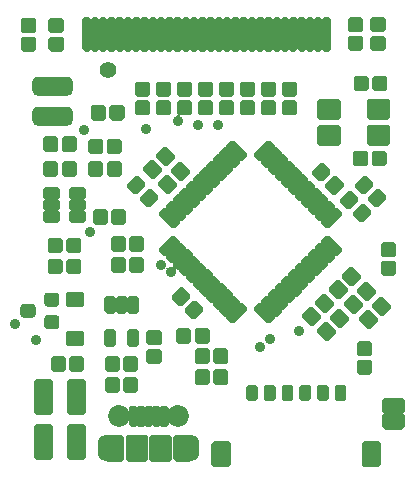
<source format=gts>
G04 #@! TF.GenerationSoftware,KiCad,Pcbnew,5.1.9*
G04 #@! TF.CreationDate,2021-04-02T18:31:15+02:00*
G04 #@! TF.ProjectId,xling,786c696e-672e-46b6-9963-61645f706362,4.1*
G04 #@! TF.SameCoordinates,Original*
G04 #@! TF.FileFunction,Soldermask,Top*
G04 #@! TF.FilePolarity,Negative*
%FSLAX46Y46*%
G04 Gerber Fmt 4.6, Leading zero omitted, Abs format (unit mm)*
G04 Created by KiCad (PCBNEW 5.1.9) date 2021-04-02 18:31:15*
%MOMM*%
%LPD*%
G01*
G04 APERTURE LIST*
%ADD10C,1.400000*%
%ADD11C,0.900000*%
%ADD12O,1.600000X2.300000*%
%ADD13C,1.850000*%
%ADD14C,0.100000*%
G04 APERTURE END LIST*
D10*
X61379100Y-52285900D03*
D11*
X77520800Y-74447400D03*
X59334400Y-57404000D03*
X59842400Y-66065400D03*
X55245000Y-75158600D03*
X66649600Y-69392800D03*
X65862200Y-68834000D03*
X67233800Y-56642000D03*
X68961000Y-56972200D03*
X64592200Y-57353200D03*
X75031600Y-75133200D03*
X70662800Y-56972200D03*
X53492400Y-73863200D03*
X74244200Y-75742800D03*
G36*
G01*
X55342000Y-55431000D02*
X57942000Y-55431000D01*
G75*
G02*
X58342000Y-55831000I0J-400000D01*
G01*
X58342000Y-56631000D01*
G75*
G02*
X57942000Y-57031000I-400000J0D01*
G01*
X55342000Y-57031000D01*
G75*
G02*
X54942000Y-56631000I0J400000D01*
G01*
X54942000Y-55831000D01*
G75*
G02*
X55342000Y-55431000I400000J0D01*
G01*
G37*
G36*
G01*
X55342000Y-52891000D02*
X57942000Y-52891000D01*
G75*
G02*
X58342000Y-53291000I0J-400000D01*
G01*
X58342000Y-54091000D01*
G75*
G02*
X57942000Y-54491000I-400000J0D01*
G01*
X55342000Y-54491000D01*
G75*
G02*
X54942000Y-54091000I0J400000D01*
G01*
X54942000Y-53291000D01*
G75*
G02*
X55342000Y-52891000I400000J0D01*
G01*
G37*
G36*
G01*
X84759100Y-80069700D02*
X86259100Y-80069700D01*
G75*
G02*
X86459100Y-80269700I0J-200000D01*
G01*
X86459100Y-81269700D01*
G75*
G02*
X86259100Y-81469700I-200000J0D01*
G01*
X84759100Y-81469700D01*
G75*
G02*
X84559100Y-81269700I0J200000D01*
G01*
X84559100Y-80269700D01*
G75*
G02*
X84759100Y-80069700I200000J0D01*
G01*
G37*
G36*
G01*
X84759100Y-81369700D02*
X86259100Y-81369700D01*
G75*
G02*
X86459100Y-81569700I0J-200000D01*
G01*
X86459100Y-82569700D01*
G75*
G02*
X86259100Y-82769700I-200000J0D01*
G01*
X84759100Y-82769700D01*
G75*
G02*
X84559100Y-82569700I0J200000D01*
G01*
X84559100Y-81569700D01*
G75*
G02*
X84759100Y-81369700I200000J0D01*
G01*
G37*
G36*
G01*
X55225200Y-72420200D02*
X55225200Y-73020200D01*
G75*
G02*
X54925200Y-73320200I-300000J0D01*
G01*
X54225200Y-73320200D01*
G75*
G02*
X53925200Y-73020200I0J300000D01*
G01*
X53925200Y-72420200D01*
G75*
G02*
X54225200Y-72120200I300000J0D01*
G01*
X54925200Y-72120200D01*
G75*
G02*
X55225200Y-72420200I0J-300000D01*
G01*
G37*
G36*
G01*
X57225200Y-71470200D02*
X57225200Y-72070200D01*
G75*
G02*
X56925200Y-72370200I-300000J0D01*
G01*
X56225200Y-72370200D01*
G75*
G02*
X55925200Y-72070200I0J300000D01*
G01*
X55925200Y-71470200D01*
G75*
G02*
X56225200Y-71170200I300000J0D01*
G01*
X56925200Y-71170200D01*
G75*
G02*
X57225200Y-71470200I0J-300000D01*
G01*
G37*
G36*
G01*
X57225200Y-73370200D02*
X57225200Y-73970200D01*
G75*
G02*
X56925200Y-74270200I-300000J0D01*
G01*
X56225200Y-74270200D01*
G75*
G02*
X55925200Y-73970200I0J300000D01*
G01*
X55925200Y-73370200D01*
G75*
G02*
X56225200Y-73070200I300000J0D01*
G01*
X56925200Y-73070200D01*
G75*
G02*
X57225200Y-73370200I0J-300000D01*
G01*
G37*
G36*
G01*
X62034000Y-74460000D02*
X62034000Y-75560000D01*
G75*
G02*
X61834000Y-75760000I-200000J0D01*
G01*
X61234000Y-75760000D01*
G75*
G02*
X61034000Y-75560000I0J200000D01*
G01*
X61034000Y-74460000D01*
G75*
G02*
X61234000Y-74260000I200000J0D01*
G01*
X61834000Y-74260000D01*
G75*
G02*
X62034000Y-74460000I0J-200000D01*
G01*
G37*
G36*
G01*
X62034000Y-71660000D02*
X62034000Y-72760000D01*
G75*
G02*
X61834000Y-72960000I-200000J0D01*
G01*
X61234000Y-72960000D01*
G75*
G02*
X61034000Y-72760000I0J200000D01*
G01*
X61034000Y-71660000D01*
G75*
G02*
X61234000Y-71460000I200000J0D01*
G01*
X61834000Y-71460000D01*
G75*
G02*
X62034000Y-71660000I0J-200000D01*
G01*
G37*
G36*
G01*
X62984000Y-71660000D02*
X62984000Y-72760000D01*
G75*
G02*
X62784000Y-72960000I-200000J0D01*
G01*
X62184000Y-72960000D01*
G75*
G02*
X61984000Y-72760000I0J200000D01*
G01*
X61984000Y-71660000D01*
G75*
G02*
X62184000Y-71460000I200000J0D01*
G01*
X62784000Y-71460000D01*
G75*
G02*
X62984000Y-71660000I0J-200000D01*
G01*
G37*
G36*
G01*
X63934000Y-71660000D02*
X63934000Y-72760000D01*
G75*
G02*
X63734000Y-72960000I-200000J0D01*
G01*
X63134000Y-72960000D01*
G75*
G02*
X62934000Y-72760000I0J200000D01*
G01*
X62934000Y-71660000D01*
G75*
G02*
X63134000Y-71460000I200000J0D01*
G01*
X63734000Y-71460000D01*
G75*
G02*
X63934000Y-71660000I0J-200000D01*
G01*
G37*
G36*
G01*
X63934000Y-74460000D02*
X63934000Y-75560000D01*
G75*
G02*
X63734000Y-75760000I-200000J0D01*
G01*
X63134000Y-75760000D01*
G75*
G02*
X62934000Y-75560000I0J200000D01*
G01*
X62934000Y-74460000D01*
G75*
G02*
X63134000Y-74260000I200000J0D01*
G01*
X63734000Y-74260000D01*
G75*
G02*
X63934000Y-74460000I0J-200000D01*
G01*
G37*
G36*
G01*
X58257500Y-63204000D02*
X59257500Y-63204000D01*
G75*
G02*
X59457500Y-63404000I0J-200000D01*
G01*
X59457500Y-64104000D01*
G75*
G02*
X59257500Y-64304000I-200000J0D01*
G01*
X58257500Y-64304000D01*
G75*
G02*
X58057500Y-64104000I0J200000D01*
G01*
X58057500Y-63404000D01*
G75*
G02*
X58257500Y-63204000I200000J0D01*
G01*
G37*
G36*
G01*
X58257500Y-62254000D02*
X59257500Y-62254000D01*
G75*
G02*
X59457500Y-62454000I0J-200000D01*
G01*
X59457500Y-63154000D01*
G75*
G02*
X59257500Y-63354000I-200000J0D01*
G01*
X58257500Y-63354000D01*
G75*
G02*
X58057500Y-63154000I0J200000D01*
G01*
X58057500Y-62454000D01*
G75*
G02*
X58257500Y-62254000I200000J0D01*
G01*
G37*
G36*
G01*
X58257500Y-64154000D02*
X59257500Y-64154000D01*
G75*
G02*
X59457500Y-64354000I0J-200000D01*
G01*
X59457500Y-65054000D01*
G75*
G02*
X59257500Y-65254000I-200000J0D01*
G01*
X58257500Y-65254000D01*
G75*
G02*
X58057500Y-65054000I0J200000D01*
G01*
X58057500Y-64354000D01*
G75*
G02*
X58257500Y-64154000I200000J0D01*
G01*
G37*
G36*
G01*
X56058500Y-64154000D02*
X57058500Y-64154000D01*
G75*
G02*
X57258500Y-64354000I0J-200000D01*
G01*
X57258500Y-65054000D01*
G75*
G02*
X57058500Y-65254000I-200000J0D01*
G01*
X56058500Y-65254000D01*
G75*
G02*
X55858500Y-65054000I0J200000D01*
G01*
X55858500Y-64354000D01*
G75*
G02*
X56058500Y-64154000I200000J0D01*
G01*
G37*
G36*
G01*
X56058500Y-63204000D02*
X57058500Y-63204000D01*
G75*
G02*
X57258500Y-63404000I0J-200000D01*
G01*
X57258500Y-64104000D01*
G75*
G02*
X57058500Y-64304000I-200000J0D01*
G01*
X56058500Y-64304000D01*
G75*
G02*
X55858500Y-64104000I0J200000D01*
G01*
X55858500Y-63404000D01*
G75*
G02*
X56058500Y-63204000I200000J0D01*
G01*
G37*
G36*
G01*
X56058500Y-62254000D02*
X57058500Y-62254000D01*
G75*
G02*
X57258500Y-62454000I0J-200000D01*
G01*
X57258500Y-63154000D01*
G75*
G02*
X57058500Y-63354000I-200000J0D01*
G01*
X56058500Y-63354000D01*
G75*
G02*
X55858500Y-63154000I0J200000D01*
G01*
X55858500Y-62454000D01*
G75*
G02*
X56058500Y-62254000I200000J0D01*
G01*
G37*
G36*
G01*
X72681215Y-72032731D02*
X73070123Y-72421639D01*
G75*
G02*
X73070123Y-72704481I-141421J-141421D01*
G01*
X72009463Y-73765141D01*
G75*
G02*
X71726621Y-73765141I-141421J141421D01*
G01*
X71337713Y-73376233D01*
G75*
G02*
X71337713Y-73093391I141421J141421D01*
G01*
X72398373Y-72032731D01*
G75*
G02*
X72681215Y-72032731I141421J-141421D01*
G01*
G37*
G36*
G01*
X72115530Y-71467045D02*
X72504438Y-71855953D01*
G75*
G02*
X72504438Y-72138795I-141421J-141421D01*
G01*
X71443778Y-73199455D01*
G75*
G02*
X71160936Y-73199455I-141421J141421D01*
G01*
X70772028Y-72810547D01*
G75*
G02*
X70772028Y-72527705I141421J141421D01*
G01*
X71832688Y-71467045D01*
G75*
G02*
X72115530Y-71467045I141421J-141421D01*
G01*
G37*
G36*
G01*
X71549845Y-70901360D02*
X71938753Y-71290268D01*
G75*
G02*
X71938753Y-71573110I-141421J-141421D01*
G01*
X70878093Y-72633770D01*
G75*
G02*
X70595251Y-72633770I-141421J141421D01*
G01*
X70206343Y-72244862D01*
G75*
G02*
X70206343Y-71962020I141421J141421D01*
G01*
X71267003Y-70901360D01*
G75*
G02*
X71549845Y-70901360I141421J-141421D01*
G01*
G37*
G36*
G01*
X70984159Y-70335675D02*
X71373067Y-70724583D01*
G75*
G02*
X71373067Y-71007425I-141421J-141421D01*
G01*
X70312407Y-72068085D01*
G75*
G02*
X70029565Y-72068085I-141421J141421D01*
G01*
X69640657Y-71679177D01*
G75*
G02*
X69640657Y-71396335I141421J141421D01*
G01*
X70701317Y-70335675D01*
G75*
G02*
X70984159Y-70335675I141421J-141421D01*
G01*
G37*
G36*
G01*
X70418474Y-69769989D02*
X70807382Y-70158897D01*
G75*
G02*
X70807382Y-70441739I-141421J-141421D01*
G01*
X69746722Y-71502399D01*
G75*
G02*
X69463880Y-71502399I-141421J141421D01*
G01*
X69074972Y-71113491D01*
G75*
G02*
X69074972Y-70830649I141421J141421D01*
G01*
X70135632Y-69769989D01*
G75*
G02*
X70418474Y-69769989I141421J-141421D01*
G01*
G37*
G36*
G01*
X69852788Y-69204304D02*
X70241696Y-69593212D01*
G75*
G02*
X70241696Y-69876054I-141421J-141421D01*
G01*
X69181036Y-70936714D01*
G75*
G02*
X68898194Y-70936714I-141421J141421D01*
G01*
X68509286Y-70547806D01*
G75*
G02*
X68509286Y-70264964I141421J141421D01*
G01*
X69569946Y-69204304D01*
G75*
G02*
X69852788Y-69204304I141421J-141421D01*
G01*
G37*
G36*
G01*
X69287103Y-68638618D02*
X69676011Y-69027526D01*
G75*
G02*
X69676011Y-69310368I-141421J-141421D01*
G01*
X68615351Y-70371028D01*
G75*
G02*
X68332509Y-70371028I-141421J141421D01*
G01*
X67943601Y-69982120D01*
G75*
G02*
X67943601Y-69699278I141421J141421D01*
G01*
X69004261Y-68638618D01*
G75*
G02*
X69287103Y-68638618I141421J-141421D01*
G01*
G37*
G36*
G01*
X68721417Y-68072933D02*
X69110325Y-68461841D01*
G75*
G02*
X69110325Y-68744683I-141421J-141421D01*
G01*
X68049665Y-69805343D01*
G75*
G02*
X67766823Y-69805343I-141421J141421D01*
G01*
X67377915Y-69416435D01*
G75*
G02*
X67377915Y-69133593I141421J141421D01*
G01*
X68438575Y-68072933D01*
G75*
G02*
X68721417Y-68072933I141421J-141421D01*
G01*
G37*
G36*
G01*
X68155732Y-67507247D02*
X68544640Y-67896155D01*
G75*
G02*
X68544640Y-68178997I-141421J-141421D01*
G01*
X67483980Y-69239657D01*
G75*
G02*
X67201138Y-69239657I-141421J141421D01*
G01*
X66812230Y-68850749D01*
G75*
G02*
X66812230Y-68567907I141421J141421D01*
G01*
X67872890Y-67507247D01*
G75*
G02*
X68155732Y-67507247I141421J-141421D01*
G01*
G37*
G36*
G01*
X67590047Y-66941562D02*
X67978955Y-67330470D01*
G75*
G02*
X67978955Y-67613312I-141421J-141421D01*
G01*
X66918295Y-68673972D01*
G75*
G02*
X66635453Y-68673972I-141421J141421D01*
G01*
X66246545Y-68285064D01*
G75*
G02*
X66246545Y-68002222I141421J141421D01*
G01*
X67307205Y-66941562D01*
G75*
G02*
X67590047Y-66941562I141421J-141421D01*
G01*
G37*
G36*
G01*
X67024361Y-66375877D02*
X67413269Y-66764785D01*
G75*
G02*
X67413269Y-67047627I-141421J-141421D01*
G01*
X66352609Y-68108287D01*
G75*
G02*
X66069767Y-68108287I-141421J141421D01*
G01*
X65680859Y-67719379D01*
G75*
G02*
X65680859Y-67436537I141421J141421D01*
G01*
X66741519Y-66375877D01*
G75*
G02*
X67024361Y-66375877I141421J-141421D01*
G01*
G37*
G36*
G01*
X67413269Y-65315215D02*
X67024361Y-65704123D01*
G75*
G02*
X66741519Y-65704123I-141421J141421D01*
G01*
X65680859Y-64643463D01*
G75*
G02*
X65680859Y-64360621I141421J141421D01*
G01*
X66069767Y-63971713D01*
G75*
G02*
X66352609Y-63971713I141421J-141421D01*
G01*
X67413269Y-65032373D01*
G75*
G02*
X67413269Y-65315215I-141421J-141421D01*
G01*
G37*
G36*
G01*
X67978955Y-64749530D02*
X67590047Y-65138438D01*
G75*
G02*
X67307205Y-65138438I-141421J141421D01*
G01*
X66246545Y-64077778D01*
G75*
G02*
X66246545Y-63794936I141421J141421D01*
G01*
X66635453Y-63406028D01*
G75*
G02*
X66918295Y-63406028I141421J-141421D01*
G01*
X67978955Y-64466688D01*
G75*
G02*
X67978955Y-64749530I-141421J-141421D01*
G01*
G37*
G36*
G01*
X68544640Y-64183845D02*
X68155732Y-64572753D01*
G75*
G02*
X67872890Y-64572753I-141421J141421D01*
G01*
X66812230Y-63512093D01*
G75*
G02*
X66812230Y-63229251I141421J141421D01*
G01*
X67201138Y-62840343D01*
G75*
G02*
X67483980Y-62840343I141421J-141421D01*
G01*
X68544640Y-63901003D01*
G75*
G02*
X68544640Y-64183845I-141421J-141421D01*
G01*
G37*
G36*
G01*
X69110325Y-63618159D02*
X68721417Y-64007067D01*
G75*
G02*
X68438575Y-64007067I-141421J141421D01*
G01*
X67377915Y-62946407D01*
G75*
G02*
X67377915Y-62663565I141421J141421D01*
G01*
X67766823Y-62274657D01*
G75*
G02*
X68049665Y-62274657I141421J-141421D01*
G01*
X69110325Y-63335317D01*
G75*
G02*
X69110325Y-63618159I-141421J-141421D01*
G01*
G37*
G36*
G01*
X69676011Y-63052474D02*
X69287103Y-63441382D01*
G75*
G02*
X69004261Y-63441382I-141421J141421D01*
G01*
X67943601Y-62380722D01*
G75*
G02*
X67943601Y-62097880I141421J141421D01*
G01*
X68332509Y-61708972D01*
G75*
G02*
X68615351Y-61708972I141421J-141421D01*
G01*
X69676011Y-62769632D01*
G75*
G02*
X69676011Y-63052474I-141421J-141421D01*
G01*
G37*
G36*
G01*
X70241696Y-62486788D02*
X69852788Y-62875696D01*
G75*
G02*
X69569946Y-62875696I-141421J141421D01*
G01*
X68509286Y-61815036D01*
G75*
G02*
X68509286Y-61532194I141421J141421D01*
G01*
X68898194Y-61143286D01*
G75*
G02*
X69181036Y-61143286I141421J-141421D01*
G01*
X70241696Y-62203946D01*
G75*
G02*
X70241696Y-62486788I-141421J-141421D01*
G01*
G37*
G36*
G01*
X70807382Y-61921103D02*
X70418474Y-62310011D01*
G75*
G02*
X70135632Y-62310011I-141421J141421D01*
G01*
X69074972Y-61249351D01*
G75*
G02*
X69074972Y-60966509I141421J141421D01*
G01*
X69463880Y-60577601D01*
G75*
G02*
X69746722Y-60577601I141421J-141421D01*
G01*
X70807382Y-61638261D01*
G75*
G02*
X70807382Y-61921103I-141421J-141421D01*
G01*
G37*
G36*
G01*
X71373067Y-61355417D02*
X70984159Y-61744325D01*
G75*
G02*
X70701317Y-61744325I-141421J141421D01*
G01*
X69640657Y-60683665D01*
G75*
G02*
X69640657Y-60400823I141421J141421D01*
G01*
X70029565Y-60011915D01*
G75*
G02*
X70312407Y-60011915I141421J-141421D01*
G01*
X71373067Y-61072575D01*
G75*
G02*
X71373067Y-61355417I-141421J-141421D01*
G01*
G37*
G36*
G01*
X71938753Y-60789732D02*
X71549845Y-61178640D01*
G75*
G02*
X71267003Y-61178640I-141421J141421D01*
G01*
X70206343Y-60117980D01*
G75*
G02*
X70206343Y-59835138I141421J141421D01*
G01*
X70595251Y-59446230D01*
G75*
G02*
X70878093Y-59446230I141421J-141421D01*
G01*
X71938753Y-60506890D01*
G75*
G02*
X71938753Y-60789732I-141421J-141421D01*
G01*
G37*
G36*
G01*
X72504438Y-60224047D02*
X72115530Y-60612955D01*
G75*
G02*
X71832688Y-60612955I-141421J141421D01*
G01*
X70772028Y-59552295D01*
G75*
G02*
X70772028Y-59269453I141421J141421D01*
G01*
X71160936Y-58880545D01*
G75*
G02*
X71443778Y-58880545I141421J-141421D01*
G01*
X72504438Y-59941205D01*
G75*
G02*
X72504438Y-60224047I-141421J-141421D01*
G01*
G37*
G36*
G01*
X73070123Y-59658361D02*
X72681215Y-60047269D01*
G75*
G02*
X72398373Y-60047269I-141421J141421D01*
G01*
X71337713Y-58986609D01*
G75*
G02*
X71337713Y-58703767I141421J141421D01*
G01*
X71726621Y-58314859D01*
G75*
G02*
X72009463Y-58314859I141421J-141421D01*
G01*
X73070123Y-59375519D01*
G75*
G02*
X73070123Y-59658361I-141421J-141421D01*
G01*
G37*
G36*
G01*
X75085379Y-58314859D02*
X75474287Y-58703767D01*
G75*
G02*
X75474287Y-58986609I-141421J-141421D01*
G01*
X74413627Y-60047269D01*
G75*
G02*
X74130785Y-60047269I-141421J141421D01*
G01*
X73741877Y-59658361D01*
G75*
G02*
X73741877Y-59375519I141421J141421D01*
G01*
X74802537Y-58314859D01*
G75*
G02*
X75085379Y-58314859I141421J-141421D01*
G01*
G37*
G36*
G01*
X75651064Y-58880545D02*
X76039972Y-59269453D01*
G75*
G02*
X76039972Y-59552295I-141421J-141421D01*
G01*
X74979312Y-60612955D01*
G75*
G02*
X74696470Y-60612955I-141421J141421D01*
G01*
X74307562Y-60224047D01*
G75*
G02*
X74307562Y-59941205I141421J141421D01*
G01*
X75368222Y-58880545D01*
G75*
G02*
X75651064Y-58880545I141421J-141421D01*
G01*
G37*
G36*
G01*
X76216749Y-59446230D02*
X76605657Y-59835138D01*
G75*
G02*
X76605657Y-60117980I-141421J-141421D01*
G01*
X75544997Y-61178640D01*
G75*
G02*
X75262155Y-61178640I-141421J141421D01*
G01*
X74873247Y-60789732D01*
G75*
G02*
X74873247Y-60506890I141421J141421D01*
G01*
X75933907Y-59446230D01*
G75*
G02*
X76216749Y-59446230I141421J-141421D01*
G01*
G37*
G36*
G01*
X76782435Y-60011915D02*
X77171343Y-60400823D01*
G75*
G02*
X77171343Y-60683665I-141421J-141421D01*
G01*
X76110683Y-61744325D01*
G75*
G02*
X75827841Y-61744325I-141421J141421D01*
G01*
X75438933Y-61355417D01*
G75*
G02*
X75438933Y-61072575I141421J141421D01*
G01*
X76499593Y-60011915D01*
G75*
G02*
X76782435Y-60011915I141421J-141421D01*
G01*
G37*
G36*
G01*
X77348120Y-60577601D02*
X77737028Y-60966509D01*
G75*
G02*
X77737028Y-61249351I-141421J-141421D01*
G01*
X76676368Y-62310011D01*
G75*
G02*
X76393526Y-62310011I-141421J141421D01*
G01*
X76004618Y-61921103D01*
G75*
G02*
X76004618Y-61638261I141421J141421D01*
G01*
X77065278Y-60577601D01*
G75*
G02*
X77348120Y-60577601I141421J-141421D01*
G01*
G37*
G36*
G01*
X77913806Y-61143286D02*
X78302714Y-61532194D01*
G75*
G02*
X78302714Y-61815036I-141421J-141421D01*
G01*
X77242054Y-62875696D01*
G75*
G02*
X76959212Y-62875696I-141421J141421D01*
G01*
X76570304Y-62486788D01*
G75*
G02*
X76570304Y-62203946I141421J141421D01*
G01*
X77630964Y-61143286D01*
G75*
G02*
X77913806Y-61143286I141421J-141421D01*
G01*
G37*
G36*
G01*
X78479491Y-61708972D02*
X78868399Y-62097880D01*
G75*
G02*
X78868399Y-62380722I-141421J-141421D01*
G01*
X77807739Y-63441382D01*
G75*
G02*
X77524897Y-63441382I-141421J141421D01*
G01*
X77135989Y-63052474D01*
G75*
G02*
X77135989Y-62769632I141421J141421D01*
G01*
X78196649Y-61708972D01*
G75*
G02*
X78479491Y-61708972I141421J-141421D01*
G01*
G37*
G36*
G01*
X79045177Y-62274657D02*
X79434085Y-62663565D01*
G75*
G02*
X79434085Y-62946407I-141421J-141421D01*
G01*
X78373425Y-64007067D01*
G75*
G02*
X78090583Y-64007067I-141421J141421D01*
G01*
X77701675Y-63618159D01*
G75*
G02*
X77701675Y-63335317I141421J141421D01*
G01*
X78762335Y-62274657D01*
G75*
G02*
X79045177Y-62274657I141421J-141421D01*
G01*
G37*
G36*
G01*
X79610862Y-62840343D02*
X79999770Y-63229251D01*
G75*
G02*
X79999770Y-63512093I-141421J-141421D01*
G01*
X78939110Y-64572753D01*
G75*
G02*
X78656268Y-64572753I-141421J141421D01*
G01*
X78267360Y-64183845D01*
G75*
G02*
X78267360Y-63901003I141421J141421D01*
G01*
X79328020Y-62840343D01*
G75*
G02*
X79610862Y-62840343I141421J-141421D01*
G01*
G37*
G36*
G01*
X80176547Y-63406028D02*
X80565455Y-63794936D01*
G75*
G02*
X80565455Y-64077778I-141421J-141421D01*
G01*
X79504795Y-65138438D01*
G75*
G02*
X79221953Y-65138438I-141421J141421D01*
G01*
X78833045Y-64749530D01*
G75*
G02*
X78833045Y-64466688I141421J141421D01*
G01*
X79893705Y-63406028D01*
G75*
G02*
X80176547Y-63406028I141421J-141421D01*
G01*
G37*
G36*
G01*
X80742233Y-63971713D02*
X81131141Y-64360621D01*
G75*
G02*
X81131141Y-64643463I-141421J-141421D01*
G01*
X80070481Y-65704123D01*
G75*
G02*
X79787639Y-65704123I-141421J141421D01*
G01*
X79398731Y-65315215D01*
G75*
G02*
X79398731Y-65032373I141421J141421D01*
G01*
X80459391Y-63971713D01*
G75*
G02*
X80742233Y-63971713I141421J-141421D01*
G01*
G37*
G36*
G01*
X81131141Y-67719379D02*
X80742233Y-68108287D01*
G75*
G02*
X80459391Y-68108287I-141421J141421D01*
G01*
X79398731Y-67047627D01*
G75*
G02*
X79398731Y-66764785I141421J141421D01*
G01*
X79787639Y-66375877D01*
G75*
G02*
X80070481Y-66375877I141421J-141421D01*
G01*
X81131141Y-67436537D01*
G75*
G02*
X81131141Y-67719379I-141421J-141421D01*
G01*
G37*
G36*
G01*
X80565455Y-68285064D02*
X80176547Y-68673972D01*
G75*
G02*
X79893705Y-68673972I-141421J141421D01*
G01*
X78833045Y-67613312D01*
G75*
G02*
X78833045Y-67330470I141421J141421D01*
G01*
X79221953Y-66941562D01*
G75*
G02*
X79504795Y-66941562I141421J-141421D01*
G01*
X80565455Y-68002222D01*
G75*
G02*
X80565455Y-68285064I-141421J-141421D01*
G01*
G37*
G36*
G01*
X79999770Y-68850749D02*
X79610862Y-69239657D01*
G75*
G02*
X79328020Y-69239657I-141421J141421D01*
G01*
X78267360Y-68178997D01*
G75*
G02*
X78267360Y-67896155I141421J141421D01*
G01*
X78656268Y-67507247D01*
G75*
G02*
X78939110Y-67507247I141421J-141421D01*
G01*
X79999770Y-68567907D01*
G75*
G02*
X79999770Y-68850749I-141421J-141421D01*
G01*
G37*
G36*
G01*
X79434085Y-69416435D02*
X79045177Y-69805343D01*
G75*
G02*
X78762335Y-69805343I-141421J141421D01*
G01*
X77701675Y-68744683D01*
G75*
G02*
X77701675Y-68461841I141421J141421D01*
G01*
X78090583Y-68072933D01*
G75*
G02*
X78373425Y-68072933I141421J-141421D01*
G01*
X79434085Y-69133593D01*
G75*
G02*
X79434085Y-69416435I-141421J-141421D01*
G01*
G37*
G36*
G01*
X78868399Y-69982120D02*
X78479491Y-70371028D01*
G75*
G02*
X78196649Y-70371028I-141421J141421D01*
G01*
X77135989Y-69310368D01*
G75*
G02*
X77135989Y-69027526I141421J141421D01*
G01*
X77524897Y-68638618D01*
G75*
G02*
X77807739Y-68638618I141421J-141421D01*
G01*
X78868399Y-69699278D01*
G75*
G02*
X78868399Y-69982120I-141421J-141421D01*
G01*
G37*
G36*
G01*
X78302714Y-70547806D02*
X77913806Y-70936714D01*
G75*
G02*
X77630964Y-70936714I-141421J141421D01*
G01*
X76570304Y-69876054D01*
G75*
G02*
X76570304Y-69593212I141421J141421D01*
G01*
X76959212Y-69204304D01*
G75*
G02*
X77242054Y-69204304I141421J-141421D01*
G01*
X78302714Y-70264964D01*
G75*
G02*
X78302714Y-70547806I-141421J-141421D01*
G01*
G37*
G36*
G01*
X77737028Y-71113491D02*
X77348120Y-71502399D01*
G75*
G02*
X77065278Y-71502399I-141421J141421D01*
G01*
X76004618Y-70441739D01*
G75*
G02*
X76004618Y-70158897I141421J141421D01*
G01*
X76393526Y-69769989D01*
G75*
G02*
X76676368Y-69769989I141421J-141421D01*
G01*
X77737028Y-70830649D01*
G75*
G02*
X77737028Y-71113491I-141421J-141421D01*
G01*
G37*
G36*
G01*
X77171343Y-71679177D02*
X76782435Y-72068085D01*
G75*
G02*
X76499593Y-72068085I-141421J141421D01*
G01*
X75438933Y-71007425D01*
G75*
G02*
X75438933Y-70724583I141421J141421D01*
G01*
X75827841Y-70335675D01*
G75*
G02*
X76110683Y-70335675I141421J-141421D01*
G01*
X77171343Y-71396335D01*
G75*
G02*
X77171343Y-71679177I-141421J-141421D01*
G01*
G37*
G36*
G01*
X76605657Y-72244862D02*
X76216749Y-72633770D01*
G75*
G02*
X75933907Y-72633770I-141421J141421D01*
G01*
X74873247Y-71573110D01*
G75*
G02*
X74873247Y-71290268I141421J141421D01*
G01*
X75262155Y-70901360D01*
G75*
G02*
X75544997Y-70901360I141421J-141421D01*
G01*
X76605657Y-71962020D01*
G75*
G02*
X76605657Y-72244862I-141421J-141421D01*
G01*
G37*
G36*
G01*
X76039972Y-72810547D02*
X75651064Y-73199455D01*
G75*
G02*
X75368222Y-73199455I-141421J141421D01*
G01*
X74307562Y-72138795D01*
G75*
G02*
X74307562Y-71855953I141421J141421D01*
G01*
X74696470Y-71467045D01*
G75*
G02*
X74979312Y-71467045I141421J-141421D01*
G01*
X76039972Y-72527705D01*
G75*
G02*
X76039972Y-72810547I-141421J-141421D01*
G01*
G37*
G36*
G01*
X75474287Y-73376233D02*
X75085379Y-73765141D01*
G75*
G02*
X74802537Y-73765141I-141421J141421D01*
G01*
X73741877Y-72704481D01*
G75*
G02*
X73741877Y-72421639I141421J141421D01*
G01*
X74130785Y-72032731D01*
G75*
G02*
X74413627Y-72032731I141421J-141421D01*
G01*
X75474287Y-73093391D01*
G75*
G02*
X75474287Y-73376233I-141421J-141421D01*
G01*
G37*
G36*
G01*
X57947000Y-74406000D02*
X59147000Y-74406000D01*
G75*
G02*
X59347000Y-74606000I0J-200000D01*
G01*
X59347000Y-75506000D01*
G75*
G02*
X59147000Y-75706000I-200000J0D01*
G01*
X57947000Y-75706000D01*
G75*
G02*
X57747000Y-75506000I0J200000D01*
G01*
X57747000Y-74606000D01*
G75*
G02*
X57947000Y-74406000I200000J0D01*
G01*
G37*
G36*
G01*
X57947000Y-71106000D02*
X59147000Y-71106000D01*
G75*
G02*
X59347000Y-71306000I0J-200000D01*
G01*
X59347000Y-72206000D01*
G75*
G02*
X59147000Y-72406000I-200000J0D01*
G01*
X57947000Y-72406000D01*
G75*
G02*
X57747000Y-72206000I0J200000D01*
G01*
X57747000Y-71306000D01*
G75*
G02*
X57947000Y-71106000I200000J0D01*
G01*
G37*
G36*
G01*
X62634000Y-77691000D02*
X62634000Y-76741000D01*
G75*
G02*
X62834000Y-76541000I200000J0D01*
G01*
X63709000Y-76541000D01*
G75*
G02*
X63909000Y-76741000I0J-200000D01*
G01*
X63909000Y-77691000D01*
G75*
G02*
X63709000Y-77891000I-200000J0D01*
G01*
X62834000Y-77891000D01*
G75*
G02*
X62634000Y-77691000I0J200000D01*
G01*
G37*
G36*
G01*
X61059000Y-77691000D02*
X61059000Y-76741000D01*
G75*
G02*
X61259000Y-76541000I200000J0D01*
G01*
X62134000Y-76541000D01*
G75*
G02*
X62334000Y-76741000I0J-200000D01*
G01*
X62334000Y-77691000D01*
G75*
G02*
X62134000Y-77891000I-200000J0D01*
G01*
X61259000Y-77891000D01*
G75*
G02*
X61059000Y-77691000I0J200000D01*
G01*
G37*
G36*
G01*
X56702000Y-78685000D02*
X56702000Y-81335000D01*
G75*
G02*
X56502000Y-81535000I-200000J0D01*
G01*
X55252000Y-81535000D01*
G75*
G02*
X55052000Y-81335000I0J200000D01*
G01*
X55052000Y-78685000D01*
G75*
G02*
X55252000Y-78485000I200000J0D01*
G01*
X56502000Y-78485000D01*
G75*
G02*
X56702000Y-78685000I0J-200000D01*
G01*
G37*
G36*
G01*
X59502000Y-78685000D02*
X59502000Y-81335000D01*
G75*
G02*
X59302000Y-81535000I-200000J0D01*
G01*
X58052000Y-81535000D01*
G75*
G02*
X57852000Y-81335000I0J200000D01*
G01*
X57852000Y-78685000D01*
G75*
G02*
X58052000Y-78485000I200000J0D01*
G01*
X59302000Y-78485000D01*
G75*
G02*
X59502000Y-78685000I0J-200000D01*
G01*
G37*
G36*
G01*
X57852000Y-85145000D02*
X57852000Y-82495000D01*
G75*
G02*
X58052000Y-82295000I200000J0D01*
G01*
X59302000Y-82295000D01*
G75*
G02*
X59502000Y-82495000I0J-200000D01*
G01*
X59502000Y-85145000D01*
G75*
G02*
X59302000Y-85345000I-200000J0D01*
G01*
X58052000Y-85345000D01*
G75*
G02*
X57852000Y-85145000I0J200000D01*
G01*
G37*
G36*
G01*
X55052000Y-85145000D02*
X55052000Y-82495000D01*
G75*
G02*
X55252000Y-82295000I200000J0D01*
G01*
X56502000Y-82295000D01*
G75*
G02*
X56702000Y-82495000I0J-200000D01*
G01*
X56702000Y-85145000D01*
G75*
G02*
X56502000Y-85345000I-200000J0D01*
G01*
X55252000Y-85345000D01*
G75*
G02*
X55052000Y-85145000I0J200000D01*
G01*
G37*
G36*
G01*
X68293000Y-54587000D02*
X67343000Y-54587000D01*
G75*
G02*
X67143000Y-54387000I0J200000D01*
G01*
X67143000Y-53512000D01*
G75*
G02*
X67343000Y-53312000I200000J0D01*
G01*
X68293000Y-53312000D01*
G75*
G02*
X68493000Y-53512000I0J-200000D01*
G01*
X68493000Y-54387000D01*
G75*
G02*
X68293000Y-54587000I-200000J0D01*
G01*
G37*
G36*
G01*
X68293000Y-56162000D02*
X67343000Y-56162000D01*
G75*
G02*
X67143000Y-55962000I0J200000D01*
G01*
X67143000Y-55087000D01*
G75*
G02*
X67343000Y-54887000I200000J0D01*
G01*
X68293000Y-54887000D01*
G75*
G02*
X68493000Y-55087000I0J-200000D01*
G01*
X68493000Y-55962000D01*
G75*
G02*
X68293000Y-56162000I-200000J0D01*
G01*
G37*
G36*
G01*
X66515000Y-54587000D02*
X65565000Y-54587000D01*
G75*
G02*
X65365000Y-54387000I0J200000D01*
G01*
X65365000Y-53512000D01*
G75*
G02*
X65565000Y-53312000I200000J0D01*
G01*
X66515000Y-53312000D01*
G75*
G02*
X66715000Y-53512000I0J-200000D01*
G01*
X66715000Y-54387000D01*
G75*
G02*
X66515000Y-54587000I-200000J0D01*
G01*
G37*
G36*
G01*
X66515000Y-56162000D02*
X65565000Y-56162000D01*
G75*
G02*
X65365000Y-55962000I0J200000D01*
G01*
X65365000Y-55087000D01*
G75*
G02*
X65565000Y-54887000I200000J0D01*
G01*
X66515000Y-54887000D01*
G75*
G02*
X66715000Y-55087000I0J-200000D01*
G01*
X66715000Y-55962000D01*
G75*
G02*
X66515000Y-56162000I-200000J0D01*
G01*
G37*
G36*
G01*
X78679057Y-72414191D02*
X79350809Y-73085943D01*
G75*
G02*
X79350809Y-73368785I-141421J-141421D01*
G01*
X78732091Y-73987503D01*
G75*
G02*
X78449249Y-73987503I-141421J141421D01*
G01*
X77777497Y-73315751D01*
G75*
G02*
X77777497Y-73032909I141421J141421D01*
G01*
X78396215Y-72414191D01*
G75*
G02*
X78679057Y-72414191I141421J-141421D01*
G01*
G37*
G36*
G01*
X79792751Y-71300497D02*
X80464503Y-71972249D01*
G75*
G02*
X80464503Y-72255091I-141421J-141421D01*
G01*
X79845785Y-72873809D01*
G75*
G02*
X79562943Y-72873809I-141421J141421D01*
G01*
X78891191Y-72202057D01*
G75*
G02*
X78891191Y-71919215I141421J141421D01*
G01*
X79509909Y-71300497D01*
G75*
G02*
X79792751Y-71300497I141421J-141421D01*
G01*
G37*
G36*
G01*
X77183000Y-54587000D02*
X76233000Y-54587000D01*
G75*
G02*
X76033000Y-54387000I0J200000D01*
G01*
X76033000Y-53512000D01*
G75*
G02*
X76233000Y-53312000I200000J0D01*
G01*
X77183000Y-53312000D01*
G75*
G02*
X77383000Y-53512000I0J-200000D01*
G01*
X77383000Y-54387000D01*
G75*
G02*
X77183000Y-54587000I-200000J0D01*
G01*
G37*
G36*
G01*
X77183000Y-56162000D02*
X76233000Y-56162000D01*
G75*
G02*
X76033000Y-55962000I0J200000D01*
G01*
X76033000Y-55087000D01*
G75*
G02*
X76233000Y-54887000I200000J0D01*
G01*
X77183000Y-54887000D01*
G75*
G02*
X77383000Y-55087000I0J-200000D01*
G01*
X77383000Y-55962000D01*
G75*
G02*
X77183000Y-56162000I-200000J0D01*
G01*
G37*
G36*
G01*
X82235057Y-71398191D02*
X82906809Y-72069943D01*
G75*
G02*
X82906809Y-72352785I-141421J-141421D01*
G01*
X82288091Y-72971503D01*
G75*
G02*
X82005249Y-72971503I-141421J141421D01*
G01*
X81333497Y-72299751D01*
G75*
G02*
X81333497Y-72016909I141421J141421D01*
G01*
X81952215Y-71398191D01*
G75*
G02*
X82235057Y-71398191I141421J-141421D01*
G01*
G37*
G36*
G01*
X83348751Y-70284497D02*
X84020503Y-70956249D01*
G75*
G02*
X84020503Y-71239091I-141421J-141421D01*
G01*
X83401785Y-71857809D01*
G75*
G02*
X83118943Y-71857809I-141421J141421D01*
G01*
X82447191Y-71186057D01*
G75*
G02*
X82447191Y-70903215I141421J141421D01*
G01*
X83065909Y-70284497D01*
G75*
G02*
X83348751Y-70284497I141421J-141421D01*
G01*
G37*
G36*
G01*
X79949057Y-73684191D02*
X80620809Y-74355943D01*
G75*
G02*
X80620809Y-74638785I-141421J-141421D01*
G01*
X80002091Y-75257503D01*
G75*
G02*
X79719249Y-75257503I-141421J141421D01*
G01*
X79047497Y-74585751D01*
G75*
G02*
X79047497Y-74302909I141421J141421D01*
G01*
X79666215Y-73684191D01*
G75*
G02*
X79949057Y-73684191I141421J-141421D01*
G01*
G37*
G36*
G01*
X81062751Y-72570497D02*
X81734503Y-73242249D01*
G75*
G02*
X81734503Y-73525091I-141421J-141421D01*
G01*
X81115785Y-74143809D01*
G75*
G02*
X80832943Y-74143809I-141421J141421D01*
G01*
X80161191Y-73472057D01*
G75*
G02*
X80161191Y-73189215I141421J141421D01*
G01*
X80779909Y-72570497D01*
G75*
G02*
X81062751Y-72570497I141421J-141421D01*
G01*
G37*
G36*
G01*
X68379200Y-74353400D02*
X68379200Y-75303400D01*
G75*
G02*
X68179200Y-75503400I-200000J0D01*
G01*
X67304200Y-75503400D01*
G75*
G02*
X67104200Y-75303400I0J200000D01*
G01*
X67104200Y-74353400D01*
G75*
G02*
X67304200Y-74153400I200000J0D01*
G01*
X68179200Y-74153400D01*
G75*
G02*
X68379200Y-74353400I0J-200000D01*
G01*
G37*
G36*
G01*
X69954200Y-74353400D02*
X69954200Y-75303400D01*
G75*
G02*
X69754200Y-75503400I-200000J0D01*
G01*
X68879200Y-75503400D01*
G75*
G02*
X68679200Y-75303400I0J200000D01*
G01*
X68679200Y-74353400D01*
G75*
G02*
X68879200Y-74153400I200000J0D01*
G01*
X69754200Y-74153400D01*
G75*
G02*
X69954200Y-74353400I0J-200000D01*
G01*
G37*
G36*
G01*
X83336191Y-63052943D02*
X84007943Y-62381191D01*
G75*
G02*
X84290785Y-62381191I141421J-141421D01*
G01*
X84909503Y-62999909D01*
G75*
G02*
X84909503Y-63282751I-141421J-141421D01*
G01*
X84237751Y-63954503D01*
G75*
G02*
X83954909Y-63954503I-141421J141421D01*
G01*
X83336191Y-63335785D01*
G75*
G02*
X83336191Y-63052943I141421J141421D01*
G01*
G37*
G36*
G01*
X82222497Y-61939249D02*
X82894249Y-61267497D01*
G75*
G02*
X83177091Y-61267497I141421J-141421D01*
G01*
X83795809Y-61886215D01*
G75*
G02*
X83795809Y-62169057I-141421J-141421D01*
G01*
X83124057Y-62840809D01*
G75*
G02*
X82841215Y-62840809I-141421J141421D01*
G01*
X82222497Y-62222091D01*
G75*
G02*
X82222497Y-61939249I141421J141421D01*
G01*
G37*
G36*
G01*
X83505057Y-72668191D02*
X84176809Y-73339943D01*
G75*
G02*
X84176809Y-73622785I-141421J-141421D01*
G01*
X83558091Y-74241503D01*
G75*
G02*
X83275249Y-74241503I-141421J141421D01*
G01*
X82603497Y-73569751D01*
G75*
G02*
X82603497Y-73286909I141421J141421D01*
G01*
X83222215Y-72668191D01*
G75*
G02*
X83505057Y-72668191I141421J-141421D01*
G01*
G37*
G36*
G01*
X84618751Y-71554497D02*
X85290503Y-72226249D01*
G75*
G02*
X85290503Y-72509091I-141421J-141421D01*
G01*
X84671785Y-73127809D01*
G75*
G02*
X84388943Y-73127809I-141421J141421D01*
G01*
X83717191Y-72456057D01*
G75*
G02*
X83717191Y-72173215I141421J141421D01*
G01*
X84335909Y-71554497D01*
G75*
G02*
X84618751Y-71554497I141421J-141421D01*
G01*
G37*
G36*
G01*
X69954000Y-76080600D02*
X69954000Y-77030600D01*
G75*
G02*
X69754000Y-77230600I-200000J0D01*
G01*
X68879000Y-77230600D01*
G75*
G02*
X68679000Y-77030600I0J200000D01*
G01*
X68679000Y-76080600D01*
G75*
G02*
X68879000Y-75880600I200000J0D01*
G01*
X69754000Y-75880600D01*
G75*
G02*
X69954000Y-76080600I0J-200000D01*
G01*
G37*
G36*
G01*
X71529000Y-76080600D02*
X71529000Y-77030600D01*
G75*
G02*
X71329000Y-77230600I-200000J0D01*
G01*
X70454000Y-77230600D01*
G75*
G02*
X70254000Y-77030600I0J200000D01*
G01*
X70254000Y-76080600D01*
G75*
G02*
X70454000Y-75880600I200000J0D01*
G01*
X71329000Y-75880600D01*
G75*
G02*
X71529000Y-76080600I0J-200000D01*
G01*
G37*
G36*
G01*
X57808000Y-67658000D02*
X57808000Y-66708000D01*
G75*
G02*
X58008000Y-66508000I200000J0D01*
G01*
X58883000Y-66508000D01*
G75*
G02*
X59083000Y-66708000I0J-200000D01*
G01*
X59083000Y-67658000D01*
G75*
G02*
X58883000Y-67858000I-200000J0D01*
G01*
X58008000Y-67858000D01*
G75*
G02*
X57808000Y-67658000I0J200000D01*
G01*
G37*
G36*
G01*
X56233000Y-67658000D02*
X56233000Y-66708000D01*
G75*
G02*
X56433000Y-66508000I200000J0D01*
G01*
X57308000Y-66508000D01*
G75*
G02*
X57508000Y-66708000I0J-200000D01*
G01*
X57508000Y-67658000D01*
G75*
G02*
X57308000Y-67858000I-200000J0D01*
G01*
X56433000Y-67858000D01*
G75*
G02*
X56233000Y-67658000I0J200000D01*
G01*
G37*
G36*
G01*
X61237000Y-59276000D02*
X61237000Y-58326000D01*
G75*
G02*
X61437000Y-58126000I200000J0D01*
G01*
X62312000Y-58126000D01*
G75*
G02*
X62512000Y-58326000I0J-200000D01*
G01*
X62512000Y-59276000D01*
G75*
G02*
X62312000Y-59476000I-200000J0D01*
G01*
X61437000Y-59476000D01*
G75*
G02*
X61237000Y-59276000I0J200000D01*
G01*
G37*
G36*
G01*
X59662000Y-59276000D02*
X59662000Y-58326000D01*
G75*
G02*
X59862000Y-58126000I200000J0D01*
G01*
X60737000Y-58126000D01*
G75*
G02*
X60937000Y-58326000I0J-200000D01*
G01*
X60937000Y-59276000D01*
G75*
G02*
X60737000Y-59476000I-200000J0D01*
G01*
X59862000Y-59476000D01*
G75*
G02*
X59662000Y-59276000I0J200000D01*
G01*
G37*
G36*
G01*
X61318000Y-64295000D02*
X61318000Y-65245000D01*
G75*
G02*
X61118000Y-65445000I-200000J0D01*
G01*
X60243000Y-65445000D01*
G75*
G02*
X60043000Y-65245000I0J200000D01*
G01*
X60043000Y-64295000D01*
G75*
G02*
X60243000Y-64095000I200000J0D01*
G01*
X61118000Y-64095000D01*
G75*
G02*
X61318000Y-64295000I0J-200000D01*
G01*
G37*
G36*
G01*
X62893000Y-64295000D02*
X62893000Y-65245000D01*
G75*
G02*
X62693000Y-65445000I-200000J0D01*
G01*
X61818000Y-65445000D01*
G75*
G02*
X61618000Y-65245000I0J200000D01*
G01*
X61618000Y-64295000D01*
G75*
G02*
X61818000Y-64095000I200000J0D01*
G01*
X62693000Y-64095000D01*
G75*
G02*
X62893000Y-64295000I0J-200000D01*
G01*
G37*
G36*
G01*
X62842000Y-68359000D02*
X62842000Y-69309000D01*
G75*
G02*
X62642000Y-69509000I-200000J0D01*
G01*
X61767000Y-69509000D01*
G75*
G02*
X61567000Y-69309000I0J200000D01*
G01*
X61567000Y-68359000D01*
G75*
G02*
X61767000Y-68159000I200000J0D01*
G01*
X62642000Y-68159000D01*
G75*
G02*
X62842000Y-68359000I0J-200000D01*
G01*
G37*
G36*
G01*
X64417000Y-68359000D02*
X64417000Y-69309000D01*
G75*
G02*
X64217000Y-69509000I-200000J0D01*
G01*
X63342000Y-69509000D01*
G75*
G02*
X63142000Y-69309000I0J200000D01*
G01*
X63142000Y-68359000D01*
G75*
G02*
X63342000Y-68159000I200000J0D01*
G01*
X64217000Y-68159000D01*
G75*
G02*
X64417000Y-68359000I0J-200000D01*
G01*
G37*
G36*
G01*
X64764900Y-75943600D02*
X65714900Y-75943600D01*
G75*
G02*
X65914900Y-76143600I0J-200000D01*
G01*
X65914900Y-77018600D01*
G75*
G02*
X65714900Y-77218600I-200000J0D01*
G01*
X64764900Y-77218600D01*
G75*
G02*
X64564900Y-77018600I0J200000D01*
G01*
X64564900Y-76143600D01*
G75*
G02*
X64764900Y-75943600I200000J0D01*
G01*
G37*
G36*
G01*
X64764900Y-74368600D02*
X65714900Y-74368600D01*
G75*
G02*
X65914900Y-74568600I0J-200000D01*
G01*
X65914900Y-75443600D01*
G75*
G02*
X65714900Y-75643600I-200000J0D01*
G01*
X64764900Y-75643600D01*
G75*
G02*
X64564900Y-75443600I0J200000D01*
G01*
X64564900Y-74568600D01*
G75*
G02*
X64764900Y-74368600I200000J0D01*
G01*
G37*
G36*
G01*
X62842000Y-66581000D02*
X62842000Y-67531000D01*
G75*
G02*
X62642000Y-67731000I-200000J0D01*
G01*
X61767000Y-67731000D01*
G75*
G02*
X61567000Y-67531000I0J200000D01*
G01*
X61567000Y-66581000D01*
G75*
G02*
X61767000Y-66381000I200000J0D01*
G01*
X62642000Y-66381000D01*
G75*
G02*
X62842000Y-66581000I0J-200000D01*
G01*
G37*
G36*
G01*
X64417000Y-66581000D02*
X64417000Y-67531000D01*
G75*
G02*
X64217000Y-67731000I-200000J0D01*
G01*
X63342000Y-67731000D01*
G75*
G02*
X63142000Y-67531000I0J200000D01*
G01*
X63142000Y-66581000D01*
G75*
G02*
X63342000Y-66381000I200000J0D01*
G01*
X64217000Y-66381000D01*
G75*
G02*
X64417000Y-66581000I0J-200000D01*
G01*
G37*
G36*
G01*
X57427000Y-61181000D02*
X57427000Y-60231000D01*
G75*
G02*
X57627000Y-60031000I200000J0D01*
G01*
X58502000Y-60031000D01*
G75*
G02*
X58702000Y-60231000I0J-200000D01*
G01*
X58702000Y-61181000D01*
G75*
G02*
X58502000Y-61381000I-200000J0D01*
G01*
X57627000Y-61381000D01*
G75*
G02*
X57427000Y-61181000I0J200000D01*
G01*
G37*
G36*
G01*
X55852000Y-61181000D02*
X55852000Y-60231000D01*
G75*
G02*
X56052000Y-60031000I200000J0D01*
G01*
X56927000Y-60031000D01*
G75*
G02*
X57127000Y-60231000I0J-200000D01*
G01*
X57127000Y-61181000D01*
G75*
G02*
X56927000Y-61381000I-200000J0D01*
G01*
X56052000Y-61381000D01*
G75*
G02*
X55852000Y-61181000I0J200000D01*
G01*
G37*
G36*
G01*
X71849000Y-54587000D02*
X70899000Y-54587000D01*
G75*
G02*
X70699000Y-54387000I0J200000D01*
G01*
X70699000Y-53512000D01*
G75*
G02*
X70899000Y-53312000I200000J0D01*
G01*
X71849000Y-53312000D01*
G75*
G02*
X72049000Y-53512000I0J-200000D01*
G01*
X72049000Y-54387000D01*
G75*
G02*
X71849000Y-54587000I-200000J0D01*
G01*
G37*
G36*
G01*
X71849000Y-56162000D02*
X70899000Y-56162000D01*
G75*
G02*
X70699000Y-55962000I0J200000D01*
G01*
X70699000Y-55087000D01*
G75*
G02*
X70899000Y-54887000I200000J0D01*
G01*
X71849000Y-54887000D01*
G75*
G02*
X72049000Y-55087000I0J-200000D01*
G01*
X72049000Y-55962000D01*
G75*
G02*
X71849000Y-56162000I-200000J0D01*
G01*
G37*
G36*
G01*
X75405000Y-54587000D02*
X74455000Y-54587000D01*
G75*
G02*
X74255000Y-54387000I0J200000D01*
G01*
X74255000Y-53512000D01*
G75*
G02*
X74455000Y-53312000I200000J0D01*
G01*
X75405000Y-53312000D01*
G75*
G02*
X75605000Y-53512000I0J-200000D01*
G01*
X75605000Y-54387000D01*
G75*
G02*
X75405000Y-54587000I-200000J0D01*
G01*
G37*
G36*
G01*
X75405000Y-56162000D02*
X74455000Y-56162000D01*
G75*
G02*
X74255000Y-55962000I0J200000D01*
G01*
X74255000Y-55087000D01*
G75*
G02*
X74455000Y-54887000I200000J0D01*
G01*
X75405000Y-54887000D01*
G75*
G02*
X75605000Y-55087000I0J-200000D01*
G01*
X75605000Y-55962000D01*
G75*
G02*
X75405000Y-56162000I-200000J0D01*
G01*
G37*
G36*
G01*
X64737000Y-54587000D02*
X63787000Y-54587000D01*
G75*
G02*
X63587000Y-54387000I0J200000D01*
G01*
X63587000Y-53512000D01*
G75*
G02*
X63787000Y-53312000I200000J0D01*
G01*
X64737000Y-53312000D01*
G75*
G02*
X64937000Y-53512000I0J-200000D01*
G01*
X64937000Y-54387000D01*
G75*
G02*
X64737000Y-54587000I-200000J0D01*
G01*
G37*
G36*
G01*
X64737000Y-56162000D02*
X63787000Y-56162000D01*
G75*
G02*
X63587000Y-55962000I0J200000D01*
G01*
X63587000Y-55087000D01*
G75*
G02*
X63787000Y-54887000I200000J0D01*
G01*
X64737000Y-54887000D01*
G75*
G02*
X64937000Y-55087000I0J-200000D01*
G01*
X64937000Y-55962000D01*
G75*
G02*
X64737000Y-56162000I-200000J0D01*
G01*
G37*
G36*
G01*
X73627000Y-54587000D02*
X72677000Y-54587000D01*
G75*
G02*
X72477000Y-54387000I0J200000D01*
G01*
X72477000Y-53512000D01*
G75*
G02*
X72677000Y-53312000I200000J0D01*
G01*
X73627000Y-53312000D01*
G75*
G02*
X73827000Y-53512000I0J-200000D01*
G01*
X73827000Y-54387000D01*
G75*
G02*
X73627000Y-54587000I-200000J0D01*
G01*
G37*
G36*
G01*
X73627000Y-56162000D02*
X72677000Y-56162000D01*
G75*
G02*
X72477000Y-55962000I0J200000D01*
G01*
X72477000Y-55087000D01*
G75*
G02*
X72677000Y-54887000I200000J0D01*
G01*
X73627000Y-54887000D01*
G75*
G02*
X73827000Y-55087000I0J-200000D01*
G01*
X73827000Y-55962000D01*
G75*
G02*
X73627000Y-56162000I-200000J0D01*
G01*
G37*
G36*
G01*
X70071000Y-54587000D02*
X69121000Y-54587000D01*
G75*
G02*
X68921000Y-54387000I0J200000D01*
G01*
X68921000Y-53512000D01*
G75*
G02*
X69121000Y-53312000I200000J0D01*
G01*
X70071000Y-53312000D01*
G75*
G02*
X70271000Y-53512000I0J-200000D01*
G01*
X70271000Y-54387000D01*
G75*
G02*
X70071000Y-54587000I-200000J0D01*
G01*
G37*
G36*
G01*
X70071000Y-56162000D02*
X69121000Y-56162000D01*
G75*
G02*
X68921000Y-55962000I0J200000D01*
G01*
X68921000Y-55087000D01*
G75*
G02*
X69121000Y-54887000I200000J0D01*
G01*
X70071000Y-54887000D01*
G75*
G02*
X70271000Y-55087000I0J-200000D01*
G01*
X70271000Y-55962000D01*
G75*
G02*
X70071000Y-56162000I-200000J0D01*
G01*
G37*
G36*
G01*
X65217057Y-59968191D02*
X65888809Y-60639943D01*
G75*
G02*
X65888809Y-60922785I-141421J-141421D01*
G01*
X65270091Y-61541503D01*
G75*
G02*
X64987249Y-61541503I-141421J141421D01*
G01*
X64315497Y-60869751D01*
G75*
G02*
X64315497Y-60586909I141421J141421D01*
G01*
X64934215Y-59968191D01*
G75*
G02*
X65217057Y-59968191I141421J-141421D01*
G01*
G37*
G36*
G01*
X66330751Y-58854497D02*
X67002503Y-59526249D01*
G75*
G02*
X67002503Y-59809091I-141421J-141421D01*
G01*
X66383785Y-60427809D01*
G75*
G02*
X66100943Y-60427809I-141421J141421D01*
G01*
X65429191Y-59756057D01*
G75*
G02*
X65429191Y-59473215I141421J141421D01*
G01*
X66047909Y-58854497D01*
G75*
G02*
X66330751Y-58854497I141421J-141421D01*
G01*
G37*
G36*
G01*
X81821000Y-49426000D02*
X82771000Y-49426000D01*
G75*
G02*
X82971000Y-49626000I0J-200000D01*
G01*
X82971000Y-50501000D01*
G75*
G02*
X82771000Y-50701000I-200000J0D01*
G01*
X81821000Y-50701000D01*
G75*
G02*
X81621000Y-50501000I0J200000D01*
G01*
X81621000Y-49626000D01*
G75*
G02*
X81821000Y-49426000I200000J0D01*
G01*
G37*
G36*
G01*
X81821000Y-47851000D02*
X82771000Y-47851000D01*
G75*
G02*
X82971000Y-48051000I0J-200000D01*
G01*
X82971000Y-48926000D01*
G75*
G02*
X82771000Y-49126000I-200000J0D01*
G01*
X81821000Y-49126000D01*
G75*
G02*
X81621000Y-48926000I0J200000D01*
G01*
X81621000Y-48051000D01*
G75*
G02*
X81821000Y-47851000I200000J0D01*
G01*
G37*
G36*
G01*
X67842191Y-72514443D02*
X68513943Y-71842691D01*
G75*
G02*
X68796785Y-71842691I141421J-141421D01*
G01*
X69415503Y-72461409D01*
G75*
G02*
X69415503Y-72744251I-141421J-141421D01*
G01*
X68743751Y-73416003D01*
G75*
G02*
X68460909Y-73416003I-141421J141421D01*
G01*
X67842191Y-72797285D01*
G75*
G02*
X67842191Y-72514443I141421J141421D01*
G01*
G37*
G36*
G01*
X66728497Y-71400749D02*
X67400249Y-70728997D01*
G75*
G02*
X67683091Y-70728997I141421J-141421D01*
G01*
X68301809Y-71347715D01*
G75*
G02*
X68301809Y-71630557I-141421J-141421D01*
G01*
X67630057Y-72302309D01*
G75*
G02*
X67347215Y-72302309I-141421J141421D01*
G01*
X66728497Y-71683591D01*
G75*
G02*
X66728497Y-71400749I141421J141421D01*
G01*
G37*
G36*
G01*
X83352500Y-59342000D02*
X83352500Y-60292000D01*
G75*
G02*
X83152500Y-60492000I-200000J0D01*
G01*
X82277500Y-60492000D01*
G75*
G02*
X82077500Y-60292000I0J200000D01*
G01*
X82077500Y-59342000D01*
G75*
G02*
X82277500Y-59142000I200000J0D01*
G01*
X83152500Y-59142000D01*
G75*
G02*
X83352500Y-59342000I0J-200000D01*
G01*
G37*
G36*
G01*
X84927500Y-59342000D02*
X84927500Y-60292000D01*
G75*
G02*
X84727500Y-60492000I-200000J0D01*
G01*
X83852500Y-60492000D01*
G75*
G02*
X83652500Y-60292000I0J200000D01*
G01*
X83652500Y-59342000D01*
G75*
G02*
X83852500Y-59142000I200000J0D01*
G01*
X84727500Y-59142000D01*
G75*
G02*
X84927500Y-59342000I0J-200000D01*
G01*
G37*
G36*
G01*
X83716000Y-53942000D02*
X83716000Y-52992000D01*
G75*
G02*
X83916000Y-52792000I200000J0D01*
G01*
X84791000Y-52792000D01*
G75*
G02*
X84991000Y-52992000I0J-200000D01*
G01*
X84991000Y-53942000D01*
G75*
G02*
X84791000Y-54142000I-200000J0D01*
G01*
X83916000Y-54142000D01*
G75*
G02*
X83716000Y-53942000I0J200000D01*
G01*
G37*
G36*
G01*
X82141000Y-53942000D02*
X82141000Y-52992000D01*
G75*
G02*
X82341000Y-52792000I200000J0D01*
G01*
X83216000Y-52792000D01*
G75*
G02*
X83416000Y-52992000I0J-200000D01*
G01*
X83416000Y-53942000D01*
G75*
G02*
X83216000Y-54142000I-200000J0D01*
G01*
X82341000Y-54142000D01*
G75*
G02*
X82141000Y-53942000I0J200000D01*
G01*
G37*
G36*
G01*
X66487057Y-61238191D02*
X67158809Y-61909943D01*
G75*
G02*
X67158809Y-62192785I-141421J-141421D01*
G01*
X66540091Y-62811503D01*
G75*
G02*
X66257249Y-62811503I-141421J141421D01*
G01*
X65585497Y-62139751D01*
G75*
G02*
X65585497Y-61856909I141421J141421D01*
G01*
X66204215Y-61238191D01*
G75*
G02*
X66487057Y-61238191I141421J-141421D01*
G01*
G37*
G36*
G01*
X67600751Y-60124497D02*
X68272503Y-60796249D01*
G75*
G02*
X68272503Y-61079091I-141421J-141421D01*
G01*
X67653785Y-61697809D01*
G75*
G02*
X67370943Y-61697809I-141421J141421D01*
G01*
X66699191Y-61026057D01*
G75*
G02*
X66699191Y-60743215I141421J141421D01*
G01*
X67317909Y-60124497D01*
G75*
G02*
X67600751Y-60124497I141421J-141421D01*
G01*
G37*
G36*
G01*
X57434500Y-49189500D02*
X56484500Y-49189500D01*
G75*
G02*
X56284500Y-48989500I0J200000D01*
G01*
X56284500Y-48114500D01*
G75*
G02*
X56484500Y-47914500I200000J0D01*
G01*
X57434500Y-47914500D01*
G75*
G02*
X57634500Y-48114500I0J-200000D01*
G01*
X57634500Y-48989500D01*
G75*
G02*
X57434500Y-49189500I-200000J0D01*
G01*
G37*
G36*
G01*
X57434500Y-50764500D02*
X56484500Y-50764500D01*
G75*
G02*
X56284500Y-50564500I0J200000D01*
G01*
X56284500Y-49689500D01*
G75*
G02*
X56484500Y-49489500I200000J0D01*
G01*
X57434500Y-49489500D01*
G75*
G02*
X57634500Y-49689500I0J-200000D01*
G01*
X57634500Y-50564500D01*
G75*
G02*
X57434500Y-50764500I-200000J0D01*
G01*
G37*
G36*
G01*
X55085000Y-49189500D02*
X54135000Y-49189500D01*
G75*
G02*
X53935000Y-48989500I0J200000D01*
G01*
X53935000Y-48114500D01*
G75*
G02*
X54135000Y-47914500I200000J0D01*
G01*
X55085000Y-47914500D01*
G75*
G02*
X55285000Y-48114500I0J-200000D01*
G01*
X55285000Y-48989500D01*
G75*
G02*
X55085000Y-49189500I-200000J0D01*
G01*
G37*
G36*
G01*
X55085000Y-50764500D02*
X54135000Y-50764500D01*
G75*
G02*
X53935000Y-50564500I0J200000D01*
G01*
X53935000Y-49689500D01*
G75*
G02*
X54135000Y-49489500I200000J0D01*
G01*
X55085000Y-49489500D01*
G75*
G02*
X55285000Y-49689500I0J-200000D01*
G01*
X55285000Y-50564500D01*
G75*
G02*
X55085000Y-50764500I-200000J0D01*
G01*
G37*
G36*
G01*
X79716691Y-61973443D02*
X80388443Y-61301691D01*
G75*
G02*
X80671285Y-61301691I141421J-141421D01*
G01*
X81290003Y-61920409D01*
G75*
G02*
X81290003Y-62203251I-141421J-141421D01*
G01*
X80618251Y-62875003D01*
G75*
G02*
X80335409Y-62875003I-141421J141421D01*
G01*
X79716691Y-62256285D01*
G75*
G02*
X79716691Y-61973443I141421J141421D01*
G01*
G37*
G36*
G01*
X78602997Y-60859749D02*
X79274749Y-60187997D01*
G75*
G02*
X79557591Y-60187997I141421J-141421D01*
G01*
X80176309Y-60806715D01*
G75*
G02*
X80176309Y-61089557I-141421J-141421D01*
G01*
X79504557Y-61761309D01*
G75*
G02*
X79221715Y-61761309I-141421J141421D01*
G01*
X78602997Y-61142591D01*
G75*
G02*
X78602997Y-60859749I141421J141421D01*
G01*
G37*
G36*
G01*
X83726000Y-49426000D02*
X84676000Y-49426000D01*
G75*
G02*
X84876000Y-49626000I0J-200000D01*
G01*
X84876000Y-50501000D01*
G75*
G02*
X84676000Y-50701000I-200000J0D01*
G01*
X83726000Y-50701000D01*
G75*
G02*
X83526000Y-50501000I0J200000D01*
G01*
X83526000Y-49626000D01*
G75*
G02*
X83726000Y-49426000I200000J0D01*
G01*
G37*
G36*
G01*
X83726000Y-47851000D02*
X84676000Y-47851000D01*
G75*
G02*
X84876000Y-48051000I0J-200000D01*
G01*
X84876000Y-48926000D01*
G75*
G02*
X84676000Y-49126000I-200000J0D01*
G01*
X83726000Y-49126000D01*
G75*
G02*
X83526000Y-48926000I0J200000D01*
G01*
X83526000Y-48051000D01*
G75*
G02*
X83726000Y-47851000I200000J0D01*
G01*
G37*
G36*
G01*
X83533000Y-76558000D02*
X82583000Y-76558000D01*
G75*
G02*
X82383000Y-76358000I0J200000D01*
G01*
X82383000Y-75483000D01*
G75*
G02*
X82583000Y-75283000I200000J0D01*
G01*
X83533000Y-75283000D01*
G75*
G02*
X83733000Y-75483000I0J-200000D01*
G01*
X83733000Y-76358000D01*
G75*
G02*
X83533000Y-76558000I-200000J0D01*
G01*
G37*
G36*
G01*
X83533000Y-78133000D02*
X82583000Y-78133000D01*
G75*
G02*
X82383000Y-77933000I0J200000D01*
G01*
X82383000Y-77058000D01*
G75*
G02*
X82583000Y-76858000I200000J0D01*
G01*
X83533000Y-76858000D01*
G75*
G02*
X83733000Y-77058000I0J-200000D01*
G01*
X83733000Y-77933000D01*
G75*
G02*
X83533000Y-78133000I-200000J0D01*
G01*
G37*
G36*
G01*
X82066191Y-64322943D02*
X82737943Y-63651191D01*
G75*
G02*
X83020785Y-63651191I141421J-141421D01*
G01*
X83639503Y-64269909D01*
G75*
G02*
X83639503Y-64552751I-141421J-141421D01*
G01*
X82967751Y-65224503D01*
G75*
G02*
X82684909Y-65224503I-141421J141421D01*
G01*
X82066191Y-64605785D01*
G75*
G02*
X82066191Y-64322943I141421J141421D01*
G01*
G37*
G36*
G01*
X80952497Y-63209249D02*
X81624249Y-62537497D01*
G75*
G02*
X81907091Y-62537497I141421J-141421D01*
G01*
X82525809Y-63156215D01*
G75*
G02*
X82525809Y-63439057I-141421J-141421D01*
G01*
X81854057Y-64110809D01*
G75*
G02*
X81571215Y-64110809I-141421J141421D01*
G01*
X80952497Y-63492091D01*
G75*
G02*
X80952497Y-63209249I141421J141421D01*
G01*
G37*
G36*
G01*
X85565000Y-68176000D02*
X84615000Y-68176000D01*
G75*
G02*
X84415000Y-67976000I0J200000D01*
G01*
X84415000Y-67101000D01*
G75*
G02*
X84615000Y-66901000I200000J0D01*
G01*
X85565000Y-66901000D01*
G75*
G02*
X85765000Y-67101000I0J-200000D01*
G01*
X85765000Y-67976000D01*
G75*
G02*
X85565000Y-68176000I-200000J0D01*
G01*
G37*
G36*
G01*
X85565000Y-69751000D02*
X84615000Y-69751000D01*
G75*
G02*
X84415000Y-69551000I0J200000D01*
G01*
X84415000Y-68676000D01*
G75*
G02*
X84615000Y-68476000I200000J0D01*
G01*
X85565000Y-68476000D01*
G75*
G02*
X85765000Y-68676000I0J-200000D01*
G01*
X85765000Y-69551000D01*
G75*
G02*
X85565000Y-69751000I-200000J0D01*
G01*
G37*
G36*
G01*
X69954000Y-77858600D02*
X69954000Y-78808600D01*
G75*
G02*
X69754000Y-79008600I-200000J0D01*
G01*
X68879000Y-79008600D01*
G75*
G02*
X68679000Y-78808600I0J200000D01*
G01*
X68679000Y-77858600D01*
G75*
G02*
X68879000Y-77658600I200000J0D01*
G01*
X69754000Y-77658600D01*
G75*
G02*
X69954000Y-77858600I0J-200000D01*
G01*
G37*
G36*
G01*
X71529000Y-77858600D02*
X71529000Y-78808600D01*
G75*
G02*
X71329000Y-79008600I-200000J0D01*
G01*
X70454000Y-79008600D01*
G75*
G02*
X70254000Y-78808600I0J200000D01*
G01*
X70254000Y-77858600D01*
G75*
G02*
X70454000Y-77658600I200000J0D01*
G01*
X71329000Y-77658600D01*
G75*
G02*
X71529000Y-77858600I0J-200000D01*
G01*
G37*
G36*
G01*
X60937000Y-60231000D02*
X60937000Y-61181000D01*
G75*
G02*
X60737000Y-61381000I-200000J0D01*
G01*
X59862000Y-61381000D01*
G75*
G02*
X59662000Y-61181000I0J200000D01*
G01*
X59662000Y-60231000D01*
G75*
G02*
X59862000Y-60031000I200000J0D01*
G01*
X60737000Y-60031000D01*
G75*
G02*
X60937000Y-60231000I0J-200000D01*
G01*
G37*
G36*
G01*
X62512000Y-60231000D02*
X62512000Y-61181000D01*
G75*
G02*
X62312000Y-61381000I-200000J0D01*
G01*
X61437000Y-61381000D01*
G75*
G02*
X61237000Y-61181000I0J200000D01*
G01*
X61237000Y-60231000D01*
G75*
G02*
X61437000Y-60031000I200000J0D01*
G01*
X62312000Y-60031000D01*
G75*
G02*
X62512000Y-60231000I0J-200000D01*
G01*
G37*
G36*
G01*
X57427000Y-59098200D02*
X57427000Y-58148200D01*
G75*
G02*
X57627000Y-57948200I200000J0D01*
G01*
X58502000Y-57948200D01*
G75*
G02*
X58702000Y-58148200I0J-200000D01*
G01*
X58702000Y-59098200D01*
G75*
G02*
X58502000Y-59298200I-200000J0D01*
G01*
X57627000Y-59298200D01*
G75*
G02*
X57427000Y-59098200I0J200000D01*
G01*
G37*
G36*
G01*
X55852000Y-59098200D02*
X55852000Y-58148200D01*
G75*
G02*
X56052000Y-57948200I200000J0D01*
G01*
X56927000Y-57948200D01*
G75*
G02*
X57127000Y-58148200I0J-200000D01*
G01*
X57127000Y-59098200D01*
G75*
G02*
X56927000Y-59298200I-200000J0D01*
G01*
X56052000Y-59298200D01*
G75*
G02*
X55852000Y-59098200I0J200000D01*
G01*
G37*
G36*
G01*
X57762000Y-76741000D02*
X57762000Y-77691000D01*
G75*
G02*
X57562000Y-77891000I-200000J0D01*
G01*
X56687000Y-77891000D01*
G75*
G02*
X56487000Y-77691000I0J200000D01*
G01*
X56487000Y-76741000D01*
G75*
G02*
X56687000Y-76541000I200000J0D01*
G01*
X57562000Y-76541000D01*
G75*
G02*
X57762000Y-76741000I0J-200000D01*
G01*
G37*
G36*
G01*
X59337000Y-76741000D02*
X59337000Y-77691000D01*
G75*
G02*
X59137000Y-77891000I-200000J0D01*
G01*
X58262000Y-77891000D01*
G75*
G02*
X58062000Y-77691000I0J200000D01*
G01*
X58062000Y-76741000D01*
G75*
G02*
X58262000Y-76541000I200000J0D01*
G01*
X59137000Y-76541000D01*
G75*
G02*
X59337000Y-76741000I0J-200000D01*
G01*
G37*
G36*
G01*
X57508000Y-68486000D02*
X57508000Y-69436000D01*
G75*
G02*
X57308000Y-69636000I-200000J0D01*
G01*
X56433000Y-69636000D01*
G75*
G02*
X56233000Y-69436000I0J200000D01*
G01*
X56233000Y-68486000D01*
G75*
G02*
X56433000Y-68286000I200000J0D01*
G01*
X57308000Y-68286000D01*
G75*
G02*
X57508000Y-68486000I0J-200000D01*
G01*
G37*
G36*
G01*
X59083000Y-68486000D02*
X59083000Y-69436000D01*
G75*
G02*
X58883000Y-69636000I-200000J0D01*
G01*
X58008000Y-69636000D01*
G75*
G02*
X57808000Y-69436000I0J200000D01*
G01*
X57808000Y-68486000D01*
G75*
G02*
X58008000Y-68286000I200000J0D01*
G01*
X58883000Y-68286000D01*
G75*
G02*
X59083000Y-68486000I0J-200000D01*
G01*
G37*
G36*
G01*
X62334000Y-78519000D02*
X62334000Y-79469000D01*
G75*
G02*
X62134000Y-79669000I-200000J0D01*
G01*
X61259000Y-79669000D01*
G75*
G02*
X61059000Y-79469000I0J200000D01*
G01*
X61059000Y-78519000D01*
G75*
G02*
X61259000Y-78319000I200000J0D01*
G01*
X62134000Y-78319000D01*
G75*
G02*
X62334000Y-78519000I0J-200000D01*
G01*
G37*
G36*
G01*
X63909000Y-78519000D02*
X63909000Y-79469000D01*
G75*
G02*
X63709000Y-79669000I-200000J0D01*
G01*
X62834000Y-79669000D01*
G75*
G02*
X62634000Y-79469000I0J200000D01*
G01*
X62634000Y-78519000D01*
G75*
G02*
X62834000Y-78319000I200000J0D01*
G01*
X63709000Y-78319000D01*
G75*
G02*
X63909000Y-78519000I0J-200000D01*
G01*
G37*
G36*
G01*
X64032191Y-63052943D02*
X64703943Y-62381191D01*
G75*
G02*
X64986785Y-62381191I141421J-141421D01*
G01*
X65605503Y-62999909D01*
G75*
G02*
X65605503Y-63282751I-141421J-141421D01*
G01*
X64933751Y-63954503D01*
G75*
G02*
X64650909Y-63954503I-141421J141421D01*
G01*
X64032191Y-63335785D01*
G75*
G02*
X64032191Y-63052943I141421J141421D01*
G01*
G37*
G36*
G01*
X62918497Y-61939249D02*
X63590249Y-61267497D01*
G75*
G02*
X63873091Y-61267497I141421J-141421D01*
G01*
X64491809Y-61886215D01*
G75*
G02*
X64491809Y-62169057I-141421J-141421D01*
G01*
X63820057Y-62840809D01*
G75*
G02*
X63537215Y-62840809I-141421J141421D01*
G01*
X62918497Y-62222091D01*
G75*
G02*
X62918497Y-61939249I141421J141421D01*
G01*
G37*
G36*
G01*
X81848943Y-70587809D02*
X81177191Y-69916057D01*
G75*
G02*
X81177191Y-69633215I141421J141421D01*
G01*
X81795909Y-69014497D01*
G75*
G02*
X82078751Y-69014497I141421J-141421D01*
G01*
X82750503Y-69686249D01*
G75*
G02*
X82750503Y-69969091I-141421J-141421D01*
G01*
X82131785Y-70587809D01*
G75*
G02*
X81848943Y-70587809I-141421J141421D01*
G01*
G37*
G36*
G01*
X80735249Y-71701503D02*
X80063497Y-71029751D01*
G75*
G02*
X80063497Y-70746909I141421J141421D01*
G01*
X80682215Y-70128191D01*
G75*
G02*
X80965057Y-70128191I141421J-141421D01*
G01*
X81636809Y-70799943D01*
G75*
G02*
X81636809Y-71082785I-141421J-141421D01*
G01*
X81018091Y-71701503D01*
G75*
G02*
X80735249Y-71701503I-141421J141421D01*
G01*
G37*
G36*
G01*
X61165600Y-55455800D02*
X61165600Y-56405800D01*
G75*
G02*
X60965600Y-56605800I-200000J0D01*
G01*
X60090600Y-56605800D01*
G75*
G02*
X59890600Y-56405800I0J200000D01*
G01*
X59890600Y-55455800D01*
G75*
G02*
X60090600Y-55255800I200000J0D01*
G01*
X60965600Y-55255800D01*
G75*
G02*
X61165600Y-55455800I0J-200000D01*
G01*
G37*
G36*
G01*
X62740600Y-55455800D02*
X62740600Y-56405800D01*
G75*
G02*
X62540600Y-56605800I-200000J0D01*
G01*
X61665600Y-56605800D01*
G75*
G02*
X61465600Y-56405800I0J200000D01*
G01*
X61465600Y-55455800D01*
G75*
G02*
X61665600Y-55255800I200000J0D01*
G01*
X62540600Y-55255800D01*
G75*
G02*
X62740600Y-55455800I0J-200000D01*
G01*
G37*
G36*
G01*
X78757000Y-50560000D02*
X78757000Y-48060000D01*
G75*
G02*
X78957000Y-47860000I200000J0D01*
G01*
X79307000Y-47860000D01*
G75*
G02*
X79507000Y-48060000I0J-200000D01*
G01*
X79507000Y-50560000D01*
G75*
G02*
X79307000Y-50760000I-200000J0D01*
G01*
X78957000Y-50760000D01*
G75*
G02*
X78757000Y-50560000I0J200000D01*
G01*
G37*
G36*
G01*
X79457000Y-50560000D02*
X79457000Y-48060000D01*
G75*
G02*
X79657000Y-47860000I200000J0D01*
G01*
X80007000Y-47860000D01*
G75*
G02*
X80207000Y-48060000I0J-200000D01*
G01*
X80207000Y-50560000D01*
G75*
G02*
X80007000Y-50760000I-200000J0D01*
G01*
X79657000Y-50760000D01*
G75*
G02*
X79457000Y-50560000I0J200000D01*
G01*
G37*
G36*
G01*
X72457000Y-50560000D02*
X72457000Y-48060000D01*
G75*
G02*
X72657000Y-47860000I200000J0D01*
G01*
X73007000Y-47860000D01*
G75*
G02*
X73207000Y-48060000I0J-200000D01*
G01*
X73207000Y-50560000D01*
G75*
G02*
X73007000Y-50760000I-200000J0D01*
G01*
X72657000Y-50760000D01*
G75*
G02*
X72457000Y-50560000I0J200000D01*
G01*
G37*
G36*
G01*
X77357000Y-50560000D02*
X77357000Y-48060000D01*
G75*
G02*
X77557000Y-47860000I200000J0D01*
G01*
X77907000Y-47860000D01*
G75*
G02*
X78107000Y-48060000I0J-200000D01*
G01*
X78107000Y-50560000D01*
G75*
G02*
X77907000Y-50760000I-200000J0D01*
G01*
X77557000Y-50760000D01*
G75*
G02*
X77357000Y-50560000I0J200000D01*
G01*
G37*
G36*
G01*
X78057000Y-50560000D02*
X78057000Y-48060000D01*
G75*
G02*
X78257000Y-47860000I200000J0D01*
G01*
X78607000Y-47860000D01*
G75*
G02*
X78807000Y-48060000I0J-200000D01*
G01*
X78807000Y-50560000D01*
G75*
G02*
X78607000Y-50760000I-200000J0D01*
G01*
X78257000Y-50760000D01*
G75*
G02*
X78057000Y-50560000I0J200000D01*
G01*
G37*
G36*
G01*
X76657000Y-50560000D02*
X76657000Y-48060000D01*
G75*
G02*
X76857000Y-47860000I200000J0D01*
G01*
X77207000Y-47860000D01*
G75*
G02*
X77407000Y-48060000I0J-200000D01*
G01*
X77407000Y-50560000D01*
G75*
G02*
X77207000Y-50760000I-200000J0D01*
G01*
X76857000Y-50760000D01*
G75*
G02*
X76657000Y-50560000I0J200000D01*
G01*
G37*
G36*
G01*
X75957000Y-50560000D02*
X75957000Y-48060000D01*
G75*
G02*
X76157000Y-47860000I200000J0D01*
G01*
X76507000Y-47860000D01*
G75*
G02*
X76707000Y-48060000I0J-200000D01*
G01*
X76707000Y-50560000D01*
G75*
G02*
X76507000Y-50760000I-200000J0D01*
G01*
X76157000Y-50760000D01*
G75*
G02*
X75957000Y-50560000I0J200000D01*
G01*
G37*
G36*
G01*
X75257000Y-50560000D02*
X75257000Y-48060000D01*
G75*
G02*
X75457000Y-47860000I200000J0D01*
G01*
X75807000Y-47860000D01*
G75*
G02*
X76007000Y-48060000I0J-200000D01*
G01*
X76007000Y-50560000D01*
G75*
G02*
X75807000Y-50760000I-200000J0D01*
G01*
X75457000Y-50760000D01*
G75*
G02*
X75257000Y-50560000I0J200000D01*
G01*
G37*
G36*
G01*
X74557000Y-50560000D02*
X74557000Y-48060000D01*
G75*
G02*
X74757000Y-47860000I200000J0D01*
G01*
X75107000Y-47860000D01*
G75*
G02*
X75307000Y-48060000I0J-200000D01*
G01*
X75307000Y-50560000D01*
G75*
G02*
X75107000Y-50760000I-200000J0D01*
G01*
X74757000Y-50760000D01*
G75*
G02*
X74557000Y-50560000I0J200000D01*
G01*
G37*
G36*
G01*
X73857000Y-50560000D02*
X73857000Y-48060000D01*
G75*
G02*
X74057000Y-47860000I200000J0D01*
G01*
X74407000Y-47860000D01*
G75*
G02*
X74607000Y-48060000I0J-200000D01*
G01*
X74607000Y-50560000D01*
G75*
G02*
X74407000Y-50760000I-200000J0D01*
G01*
X74057000Y-50760000D01*
G75*
G02*
X73857000Y-50560000I0J200000D01*
G01*
G37*
G36*
G01*
X73157000Y-50560000D02*
X73157000Y-48060000D01*
G75*
G02*
X73357000Y-47860000I200000J0D01*
G01*
X73707000Y-47860000D01*
G75*
G02*
X73907000Y-48060000I0J-200000D01*
G01*
X73907000Y-50560000D01*
G75*
G02*
X73707000Y-50760000I-200000J0D01*
G01*
X73357000Y-50760000D01*
G75*
G02*
X73157000Y-50560000I0J200000D01*
G01*
G37*
G36*
G01*
X71757000Y-50560000D02*
X71757000Y-48060000D01*
G75*
G02*
X71957000Y-47860000I200000J0D01*
G01*
X72307000Y-47860000D01*
G75*
G02*
X72507000Y-48060000I0J-200000D01*
G01*
X72507000Y-50560000D01*
G75*
G02*
X72307000Y-50760000I-200000J0D01*
G01*
X71957000Y-50760000D01*
G75*
G02*
X71757000Y-50560000I0J200000D01*
G01*
G37*
G36*
G01*
X71057000Y-50560000D02*
X71057000Y-48060000D01*
G75*
G02*
X71257000Y-47860000I200000J0D01*
G01*
X71607000Y-47860000D01*
G75*
G02*
X71807000Y-48060000I0J-200000D01*
G01*
X71807000Y-50560000D01*
G75*
G02*
X71607000Y-50760000I-200000J0D01*
G01*
X71257000Y-50760000D01*
G75*
G02*
X71057000Y-50560000I0J200000D01*
G01*
G37*
G36*
G01*
X70357000Y-50560000D02*
X70357000Y-48060000D01*
G75*
G02*
X70557000Y-47860000I200000J0D01*
G01*
X70907000Y-47860000D01*
G75*
G02*
X71107000Y-48060000I0J-200000D01*
G01*
X71107000Y-50560000D01*
G75*
G02*
X70907000Y-50760000I-200000J0D01*
G01*
X70557000Y-50760000D01*
G75*
G02*
X70357000Y-50560000I0J200000D01*
G01*
G37*
G36*
G01*
X69657000Y-50560000D02*
X69657000Y-48060000D01*
G75*
G02*
X69857000Y-47860000I200000J0D01*
G01*
X70207000Y-47860000D01*
G75*
G02*
X70407000Y-48060000I0J-200000D01*
G01*
X70407000Y-50560000D01*
G75*
G02*
X70207000Y-50760000I-200000J0D01*
G01*
X69857000Y-50760000D01*
G75*
G02*
X69657000Y-50560000I0J200000D01*
G01*
G37*
G36*
G01*
X68957000Y-50560000D02*
X68957000Y-48060000D01*
G75*
G02*
X69157000Y-47860000I200000J0D01*
G01*
X69507000Y-47860000D01*
G75*
G02*
X69707000Y-48060000I0J-200000D01*
G01*
X69707000Y-50560000D01*
G75*
G02*
X69507000Y-50760000I-200000J0D01*
G01*
X69157000Y-50760000D01*
G75*
G02*
X68957000Y-50560000I0J200000D01*
G01*
G37*
G36*
G01*
X67557000Y-50560000D02*
X67557000Y-48060000D01*
G75*
G02*
X67757000Y-47860000I200000J0D01*
G01*
X68107000Y-47860000D01*
G75*
G02*
X68307000Y-48060000I0J-200000D01*
G01*
X68307000Y-50560000D01*
G75*
G02*
X68107000Y-50760000I-200000J0D01*
G01*
X67757000Y-50760000D01*
G75*
G02*
X67557000Y-50560000I0J200000D01*
G01*
G37*
G36*
G01*
X68257000Y-50560000D02*
X68257000Y-48060000D01*
G75*
G02*
X68457000Y-47860000I200000J0D01*
G01*
X68807000Y-47860000D01*
G75*
G02*
X69007000Y-48060000I0J-200000D01*
G01*
X69007000Y-50560000D01*
G75*
G02*
X68807000Y-50760000I-200000J0D01*
G01*
X68457000Y-50760000D01*
G75*
G02*
X68257000Y-50560000I0J200000D01*
G01*
G37*
G36*
G01*
X66857000Y-50560000D02*
X66857000Y-48060000D01*
G75*
G02*
X67057000Y-47860000I200000J0D01*
G01*
X67407000Y-47860000D01*
G75*
G02*
X67607000Y-48060000I0J-200000D01*
G01*
X67607000Y-50560000D01*
G75*
G02*
X67407000Y-50760000I-200000J0D01*
G01*
X67057000Y-50760000D01*
G75*
G02*
X66857000Y-50560000I0J200000D01*
G01*
G37*
G36*
G01*
X66157000Y-50560000D02*
X66157000Y-48060000D01*
G75*
G02*
X66357000Y-47860000I200000J0D01*
G01*
X66707000Y-47860000D01*
G75*
G02*
X66907000Y-48060000I0J-200000D01*
G01*
X66907000Y-50560000D01*
G75*
G02*
X66707000Y-50760000I-200000J0D01*
G01*
X66357000Y-50760000D01*
G75*
G02*
X66157000Y-50560000I0J200000D01*
G01*
G37*
G36*
G01*
X65457000Y-50560000D02*
X65457000Y-48060000D01*
G75*
G02*
X65657000Y-47860000I200000J0D01*
G01*
X66007000Y-47860000D01*
G75*
G02*
X66207000Y-48060000I0J-200000D01*
G01*
X66207000Y-50560000D01*
G75*
G02*
X66007000Y-50760000I-200000J0D01*
G01*
X65657000Y-50760000D01*
G75*
G02*
X65457000Y-50560000I0J200000D01*
G01*
G37*
G36*
G01*
X64757000Y-50560000D02*
X64757000Y-48060000D01*
G75*
G02*
X64957000Y-47860000I200000J0D01*
G01*
X65307000Y-47860000D01*
G75*
G02*
X65507000Y-48060000I0J-200000D01*
G01*
X65507000Y-50560000D01*
G75*
G02*
X65307000Y-50760000I-200000J0D01*
G01*
X64957000Y-50760000D01*
G75*
G02*
X64757000Y-50560000I0J200000D01*
G01*
G37*
G36*
G01*
X64057000Y-50560000D02*
X64057000Y-48060000D01*
G75*
G02*
X64257000Y-47860000I200000J0D01*
G01*
X64607000Y-47860000D01*
G75*
G02*
X64807000Y-48060000I0J-200000D01*
G01*
X64807000Y-50560000D01*
G75*
G02*
X64607000Y-50760000I-200000J0D01*
G01*
X64257000Y-50760000D01*
G75*
G02*
X64057000Y-50560000I0J200000D01*
G01*
G37*
G36*
G01*
X63357000Y-50560000D02*
X63357000Y-48060000D01*
G75*
G02*
X63557000Y-47860000I200000J0D01*
G01*
X63907000Y-47860000D01*
G75*
G02*
X64107000Y-48060000I0J-200000D01*
G01*
X64107000Y-50560000D01*
G75*
G02*
X63907000Y-50760000I-200000J0D01*
G01*
X63557000Y-50760000D01*
G75*
G02*
X63357000Y-50560000I0J200000D01*
G01*
G37*
G36*
G01*
X62657000Y-50560000D02*
X62657000Y-48060000D01*
G75*
G02*
X62857000Y-47860000I200000J0D01*
G01*
X63207000Y-47860000D01*
G75*
G02*
X63407000Y-48060000I0J-200000D01*
G01*
X63407000Y-50560000D01*
G75*
G02*
X63207000Y-50760000I-200000J0D01*
G01*
X62857000Y-50760000D01*
G75*
G02*
X62657000Y-50560000I0J200000D01*
G01*
G37*
G36*
G01*
X61957000Y-50560000D02*
X61957000Y-48060000D01*
G75*
G02*
X62157000Y-47860000I200000J0D01*
G01*
X62507000Y-47860000D01*
G75*
G02*
X62707000Y-48060000I0J-200000D01*
G01*
X62707000Y-50560000D01*
G75*
G02*
X62507000Y-50760000I-200000J0D01*
G01*
X62157000Y-50760000D01*
G75*
G02*
X61957000Y-50560000I0J200000D01*
G01*
G37*
G36*
G01*
X61257000Y-50560000D02*
X61257000Y-48060000D01*
G75*
G02*
X61457000Y-47860000I200000J0D01*
G01*
X61807000Y-47860000D01*
G75*
G02*
X62007000Y-48060000I0J-200000D01*
G01*
X62007000Y-50560000D01*
G75*
G02*
X61807000Y-50760000I-200000J0D01*
G01*
X61457000Y-50760000D01*
G75*
G02*
X61257000Y-50560000I0J200000D01*
G01*
G37*
G36*
G01*
X60557000Y-50560000D02*
X60557000Y-48060000D01*
G75*
G02*
X60757000Y-47860000I200000J0D01*
G01*
X61107000Y-47860000D01*
G75*
G02*
X61307000Y-48060000I0J-200000D01*
G01*
X61307000Y-50560000D01*
G75*
G02*
X61107000Y-50760000I-200000J0D01*
G01*
X60757000Y-50760000D01*
G75*
G02*
X60557000Y-50560000I0J200000D01*
G01*
G37*
G36*
G01*
X59857000Y-50560000D02*
X59857000Y-48060000D01*
G75*
G02*
X60057000Y-47860000I200000J0D01*
G01*
X60407000Y-47860000D01*
G75*
G02*
X60607000Y-48060000I0J-200000D01*
G01*
X60607000Y-50560000D01*
G75*
G02*
X60407000Y-50760000I-200000J0D01*
G01*
X60057000Y-50760000D01*
G75*
G02*
X59857000Y-50560000I0J200000D01*
G01*
G37*
G36*
G01*
X59157000Y-50560000D02*
X59157000Y-48060000D01*
G75*
G02*
X59357000Y-47860000I200000J0D01*
G01*
X59707000Y-47860000D01*
G75*
G02*
X59907000Y-48060000I0J-200000D01*
G01*
X59907000Y-50560000D01*
G75*
G02*
X59707000Y-50760000I-200000J0D01*
G01*
X59357000Y-50760000D01*
G75*
G02*
X59157000Y-50560000I0J200000D01*
G01*
G37*
G36*
G01*
X85242000Y-54942000D02*
X85242000Y-56342000D01*
G75*
G02*
X85042000Y-56542000I-200000J0D01*
G01*
X83442000Y-56542000D01*
G75*
G02*
X83242000Y-56342000I0J200000D01*
G01*
X83242000Y-54942000D01*
G75*
G02*
X83442000Y-54742000I200000J0D01*
G01*
X85042000Y-54742000D01*
G75*
G02*
X85242000Y-54942000I0J-200000D01*
G01*
G37*
G36*
G01*
X81042000Y-54942000D02*
X81042000Y-56342000D01*
G75*
G02*
X80842000Y-56542000I-200000J0D01*
G01*
X79242000Y-56542000D01*
G75*
G02*
X79042000Y-56342000I0J200000D01*
G01*
X79042000Y-54942000D01*
G75*
G02*
X79242000Y-54742000I200000J0D01*
G01*
X80842000Y-54742000D01*
G75*
G02*
X81042000Y-54942000I0J-200000D01*
G01*
G37*
G36*
G01*
X81042000Y-57142000D02*
X81042000Y-58542000D01*
G75*
G02*
X80842000Y-58742000I-200000J0D01*
G01*
X79242000Y-58742000D01*
G75*
G02*
X79042000Y-58542000I0J200000D01*
G01*
X79042000Y-57142000D01*
G75*
G02*
X79242000Y-56942000I200000J0D01*
G01*
X80842000Y-56942000D01*
G75*
G02*
X81042000Y-57142000I0J-200000D01*
G01*
G37*
G36*
G01*
X85242000Y-57142000D02*
X85242000Y-58542000D01*
G75*
G02*
X85042000Y-58742000I-200000J0D01*
G01*
X83442000Y-58742000D01*
G75*
G02*
X83242000Y-58542000I0J200000D01*
G01*
X83242000Y-57142000D01*
G75*
G02*
X83442000Y-56942000I200000J0D01*
G01*
X85042000Y-56942000D01*
G75*
G02*
X85242000Y-57142000I0J-200000D01*
G01*
G37*
G36*
G01*
X71752000Y-83955000D02*
X71752000Y-85755000D01*
G75*
G02*
X71552000Y-85955000I-200000J0D01*
G01*
X70302000Y-85955000D01*
G75*
G02*
X70102000Y-85755000I0J200000D01*
G01*
X70102000Y-83955000D01*
G75*
G02*
X70302000Y-83755000I200000J0D01*
G01*
X71552000Y-83755000D01*
G75*
G02*
X71752000Y-83955000I0J-200000D01*
G01*
G37*
G36*
G01*
X84462000Y-83955000D02*
X84462000Y-85755000D01*
G75*
G02*
X84262000Y-85955000I-200000J0D01*
G01*
X83012000Y-85955000D01*
G75*
G02*
X82812000Y-85755000I0J200000D01*
G01*
X82812000Y-83955000D01*
G75*
G02*
X83012000Y-83755000I200000J0D01*
G01*
X84262000Y-83755000D01*
G75*
G02*
X84462000Y-83955000I0J-200000D01*
G01*
G37*
G36*
G01*
X74032000Y-79165000D02*
X74032000Y-80165000D01*
G75*
G02*
X73832000Y-80365000I-200000J0D01*
G01*
X73232000Y-80365000D01*
G75*
G02*
X73032000Y-80165000I0J200000D01*
G01*
X73032000Y-79165000D01*
G75*
G02*
X73232000Y-78965000I200000J0D01*
G01*
X73832000Y-78965000D01*
G75*
G02*
X74032000Y-79165000I0J-200000D01*
G01*
G37*
G36*
G01*
X75532000Y-79165000D02*
X75532000Y-80165000D01*
G75*
G02*
X75332000Y-80365000I-200000J0D01*
G01*
X74732000Y-80365000D01*
G75*
G02*
X74532000Y-80165000I0J200000D01*
G01*
X74532000Y-79165000D01*
G75*
G02*
X74732000Y-78965000I200000J0D01*
G01*
X75332000Y-78965000D01*
G75*
G02*
X75532000Y-79165000I0J-200000D01*
G01*
G37*
G36*
G01*
X77032000Y-79165000D02*
X77032000Y-80165000D01*
G75*
G02*
X76832000Y-80365000I-200000J0D01*
G01*
X76232000Y-80365000D01*
G75*
G02*
X76032000Y-80165000I0J200000D01*
G01*
X76032000Y-79165000D01*
G75*
G02*
X76232000Y-78965000I200000J0D01*
G01*
X76832000Y-78965000D01*
G75*
G02*
X77032000Y-79165000I0J-200000D01*
G01*
G37*
G36*
G01*
X78532000Y-79165000D02*
X78532000Y-80165000D01*
G75*
G02*
X78332000Y-80365000I-200000J0D01*
G01*
X77732000Y-80365000D01*
G75*
G02*
X77532000Y-80165000I0J200000D01*
G01*
X77532000Y-79165000D01*
G75*
G02*
X77732000Y-78965000I200000J0D01*
G01*
X78332000Y-78965000D01*
G75*
G02*
X78532000Y-79165000I0J-200000D01*
G01*
G37*
G36*
G01*
X80032000Y-79165000D02*
X80032000Y-80165000D01*
G75*
G02*
X79832000Y-80365000I-200000J0D01*
G01*
X79232000Y-80365000D01*
G75*
G02*
X79032000Y-80165000I0J200000D01*
G01*
X79032000Y-79165000D01*
G75*
G02*
X79232000Y-78965000I200000J0D01*
G01*
X79832000Y-78965000D01*
G75*
G02*
X80032000Y-79165000I0J-200000D01*
G01*
G37*
G36*
G01*
X81532000Y-79165000D02*
X81532000Y-80165000D01*
G75*
G02*
X81332000Y-80365000I-200000J0D01*
G01*
X80732000Y-80365000D01*
G75*
G02*
X80532000Y-80165000I0J200000D01*
G01*
X80532000Y-79165000D01*
G75*
G02*
X80732000Y-78965000I200000J0D01*
G01*
X81332000Y-78965000D01*
G75*
G02*
X81532000Y-79165000I0J-200000D01*
G01*
G37*
G36*
G01*
X61082000Y-85297500D02*
X61082000Y-83397500D01*
G75*
G02*
X61282000Y-83197500I200000J0D01*
G01*
X62482000Y-83197500D01*
G75*
G02*
X62682000Y-83397500I0J-200000D01*
G01*
X62682000Y-85297500D01*
G75*
G02*
X62482000Y-85497500I-200000J0D01*
G01*
X61282000Y-85497500D01*
G75*
G02*
X61082000Y-85297500I0J200000D01*
G01*
G37*
G36*
G01*
X66882000Y-85297500D02*
X66882000Y-83397500D01*
G75*
G02*
X67082000Y-83197500I200000J0D01*
G01*
X68282000Y-83197500D01*
G75*
G02*
X68482000Y-83397500I0J-200000D01*
G01*
X68482000Y-85297500D01*
G75*
G02*
X68282000Y-85497500I-200000J0D01*
G01*
X67082000Y-85497500D01*
G75*
G02*
X66882000Y-85297500I0J200000D01*
G01*
G37*
D12*
X68282000Y-84347500D03*
X61282000Y-84347500D03*
G36*
G01*
X62832000Y-85297500D02*
X62832000Y-83397500D01*
G75*
G02*
X63032000Y-83197500I200000J0D01*
G01*
X64532000Y-83197500D01*
G75*
G02*
X64732000Y-83397500I0J-200000D01*
G01*
X64732000Y-85297500D01*
G75*
G02*
X64532000Y-85497500I-200000J0D01*
G01*
X63032000Y-85497500D01*
G75*
G02*
X62832000Y-85297500I0J200000D01*
G01*
G37*
D13*
X67282000Y-81647500D03*
G36*
G01*
X64382000Y-82322500D02*
X64382000Y-80972500D01*
G75*
G02*
X64582000Y-80772500I200000J0D01*
G01*
X64982000Y-80772500D01*
G75*
G02*
X65182000Y-80972500I0J-200000D01*
G01*
X65182000Y-82322500D01*
G75*
G02*
X64982000Y-82522500I-200000J0D01*
G01*
X64582000Y-82522500D01*
G75*
G02*
X64382000Y-82322500I0J200000D01*
G01*
G37*
G36*
G01*
X65032000Y-82322500D02*
X65032000Y-80972500D01*
G75*
G02*
X65232000Y-80772500I200000J0D01*
G01*
X65632000Y-80772500D01*
G75*
G02*
X65832000Y-80972500I0J-200000D01*
G01*
X65832000Y-82322500D01*
G75*
G02*
X65632000Y-82522500I-200000J0D01*
G01*
X65232000Y-82522500D01*
G75*
G02*
X65032000Y-82322500I0J200000D01*
G01*
G37*
G36*
G01*
X65682000Y-82322500D02*
X65682000Y-80972500D01*
G75*
G02*
X65882000Y-80772500I200000J0D01*
G01*
X66282000Y-80772500D01*
G75*
G02*
X66482000Y-80972500I0J-200000D01*
G01*
X66482000Y-82322500D01*
G75*
G02*
X66282000Y-82522500I-200000J0D01*
G01*
X65882000Y-82522500D01*
G75*
G02*
X65682000Y-82322500I0J200000D01*
G01*
G37*
G36*
G01*
X63082000Y-82322500D02*
X63082000Y-80972500D01*
G75*
G02*
X63282000Y-80772500I200000J0D01*
G01*
X63682000Y-80772500D01*
G75*
G02*
X63882000Y-80972500I0J-200000D01*
G01*
X63882000Y-82322500D01*
G75*
G02*
X63682000Y-82522500I-200000J0D01*
G01*
X63282000Y-82522500D01*
G75*
G02*
X63082000Y-82322500I0J200000D01*
G01*
G37*
G36*
G01*
X63732000Y-82322500D02*
X63732000Y-80972500D01*
G75*
G02*
X63932000Y-80772500I200000J0D01*
G01*
X64332000Y-80772500D01*
G75*
G02*
X64532000Y-80972500I0J-200000D01*
G01*
X64532000Y-82322500D01*
G75*
G02*
X64332000Y-82522500I-200000J0D01*
G01*
X63932000Y-82522500D01*
G75*
G02*
X63732000Y-82322500I0J200000D01*
G01*
G37*
X62282000Y-81647500D03*
G36*
G01*
X64832000Y-85297500D02*
X64832000Y-83397500D01*
G75*
G02*
X65032000Y-83197500I200000J0D01*
G01*
X66532000Y-83197500D01*
G75*
G02*
X66732000Y-83397500I0J-200000D01*
G01*
X66732000Y-85297500D01*
G75*
G02*
X66532000Y-85497500I-200000J0D01*
G01*
X65032000Y-85497500D01*
G75*
G02*
X64832000Y-85297500I0J200000D01*
G01*
G37*
D14*
G36*
X66849201Y-68884893D02*
G01*
X67157507Y-69193199D01*
X67158025Y-69195131D01*
X67156611Y-69196545D01*
X67154824Y-69196159D01*
X67147406Y-69190071D01*
X67139108Y-69185636D01*
X67130104Y-69182906D01*
X67120744Y-69181983D01*
X67111384Y-69182906D01*
X67102380Y-69185636D01*
X67094082Y-69190071D01*
X67086810Y-69196039D01*
X67080842Y-69203311D01*
X67076407Y-69211609D01*
X67073677Y-69220613D01*
X67072754Y-69229973D01*
X67073676Y-69239332D01*
X67075754Y-69246180D01*
X67075300Y-69248128D01*
X67073386Y-69248709D01*
X67071992Y-69247526D01*
X67044692Y-69181618D01*
X66995901Y-69108597D01*
X66933803Y-69046499D01*
X66860782Y-68997708D01*
X66794874Y-68970408D01*
X66793656Y-68968821D01*
X66794421Y-68966973D01*
X66796220Y-68966646D01*
X66803069Y-68968724D01*
X66812428Y-68969646D01*
X66821788Y-68968723D01*
X66830792Y-68965993D01*
X66839090Y-68961557D01*
X66846361Y-68955589D01*
X66852329Y-68948317D01*
X66856764Y-68940019D01*
X66859494Y-68931015D01*
X66860417Y-68921655D01*
X66859494Y-68912295D01*
X66856764Y-68903291D01*
X66852328Y-68894993D01*
X66846241Y-68887576D01*
X66845915Y-68885602D01*
X66847461Y-68884334D01*
X66849201Y-68884893D01*
G37*
G36*
X66281995Y-68993383D02*
G01*
X66282322Y-68995182D01*
X66280245Y-69002028D01*
X66279323Y-69011387D01*
X66280245Y-69020747D01*
X66282977Y-69029752D01*
X66287412Y-69038049D01*
X66293380Y-69045321D01*
X66300651Y-69051289D01*
X66308949Y-69055723D01*
X66317954Y-69058455D01*
X66327313Y-69059377D01*
X66336673Y-69058455D01*
X66345678Y-69055723D01*
X66353975Y-69051288D01*
X66359494Y-69046759D01*
X66361468Y-69046433D01*
X66362736Y-69047979D01*
X66362177Y-69049719D01*
X66303299Y-69108597D01*
X66254508Y-69181618D01*
X66233240Y-69232964D01*
X66231653Y-69234182D01*
X66229805Y-69233417D01*
X66229478Y-69231618D01*
X66231555Y-69224772D01*
X66232477Y-69215413D01*
X66231555Y-69206053D01*
X66228823Y-69197048D01*
X66224388Y-69188751D01*
X66218420Y-69181479D01*
X66211149Y-69175511D01*
X66202851Y-69171077D01*
X66193846Y-69168345D01*
X66184487Y-69167423D01*
X66175127Y-69168345D01*
X66166122Y-69171077D01*
X66157825Y-69175512D01*
X66152306Y-69180041D01*
X66150332Y-69180367D01*
X66149064Y-69178821D01*
X66149623Y-69177081D01*
X66208501Y-69118203D01*
X66257292Y-69045182D01*
X66278560Y-68993836D01*
X66280147Y-68992618D01*
X66281995Y-68993383D01*
G37*
G36*
X67487631Y-56161000D02*
G01*
X67487631Y-56163000D01*
X67486095Y-56163990D01*
X67476539Y-56164932D01*
X67467535Y-56167662D01*
X67459237Y-56172097D01*
X67451965Y-56178065D01*
X67445997Y-56185337D01*
X67441562Y-56193635D01*
X67438832Y-56202639D01*
X67437909Y-56211999D01*
X67438832Y-56221359D01*
X67441562Y-56230363D01*
X67445997Y-56238661D01*
X67451965Y-56245933D01*
X67457489Y-56250466D01*
X67458193Y-56252338D01*
X67456925Y-56253884D01*
X67455109Y-56253675D01*
X67444982Y-56246908D01*
X67363846Y-56213301D01*
X67277709Y-56196167D01*
X67189891Y-56196167D01*
X67105498Y-56212954D01*
X67103604Y-56212311D01*
X67103214Y-56210349D01*
X67104527Y-56209078D01*
X67111367Y-56207003D01*
X67119664Y-56202568D01*
X67126936Y-56196600D01*
X67132903Y-56189328D01*
X67137339Y-56181030D01*
X67140069Y-56172026D01*
X67141000Y-56162573D01*
X67141000Y-56162000D01*
X67142000Y-56160268D01*
X67143000Y-56160000D01*
X67485899Y-56160000D01*
X67487631Y-56161000D01*
G37*
M02*

</source>
